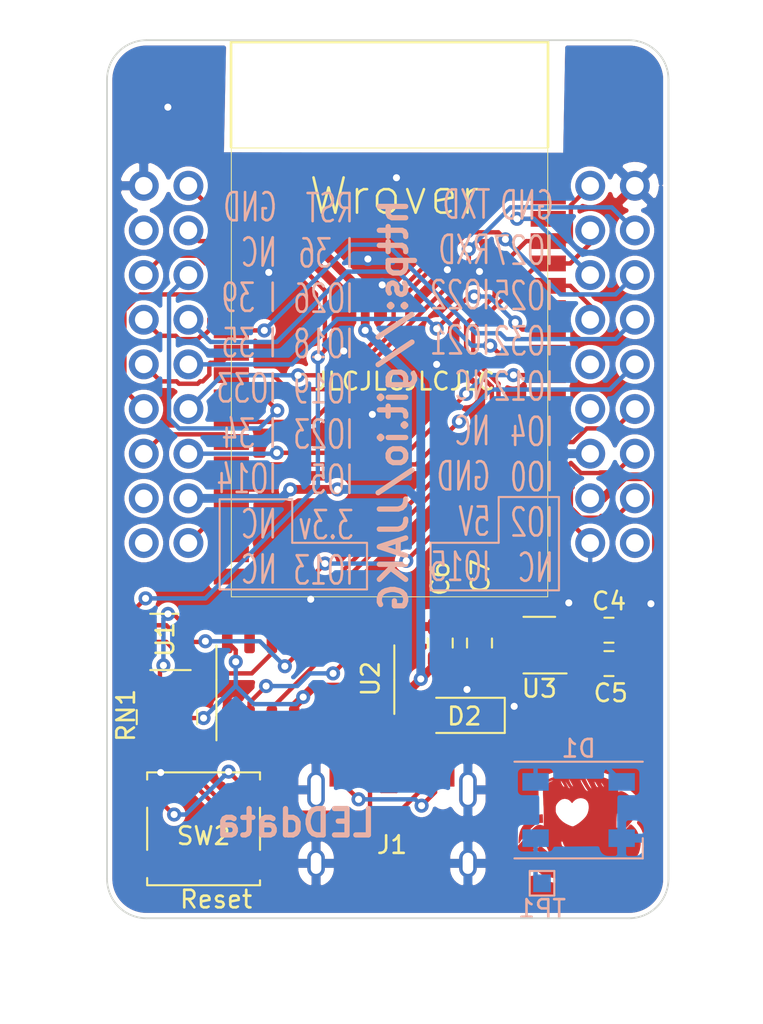
<source format=kicad_pcb>
(kicad_pcb (version 20171130) (host pcbnew "(5.1.6-0-10_14)")
  (layers (0 F.Cu signal) (31 B.Cu signal) (34 B.Paste user) (35 F.Paste user) (36 B.SilkS user) (37 F.SilkS user) (38 B.Mask user) (39 F.Mask user) (44 Edge.Cuts user))
  (net 0 "")
  (net 1 GND)
  (net 2 +3V3)
  (net 3 +5V)
  (net 4 USB_D-)
  (net 5 USB_D+)
  (net 6 ESP_RST)
  (net 7 SER_RTS)
  (net 8 ESP_FLS)
  (net 9 SER_DTR)
  (net 10 ESP_TXD)
  (net 11 ESP_RXD)
  (net 12 IO5)
  (net 13 IO34)
  (net 14 IO23)
  (net 15 IO33)
  (net 16 IO19)
  (net 17 IO35)
  (net 18 IO18)
  (net 19 SENSOR_VN)
  (net 20 IO26)
  (net 21 Sensor_VP)
  (net 22 IO32)
  (net 23 IO25)
  (net 24 IO27)
  (net 25 IO14)
  (net 26 IO12)
  (net 27 IO13)
  (net 28 IO15)
  (net 29 IO2)
  (net 30 IO4)
  (net 31 IO21)
  (net 32 IO22)
  (net 33 "Net-(D1-Pad4)")
  (net 34 VUSB)
  (net 35 CC1)
  (net 36 CC2)
  (module TestPoint:TestPoint_Pad_1.0x1.0mm (layer B.Cu) (at 149.6568 145.034)
    (fp_text reference TP1 (at 0 1.448) (layer B.SilkS) (effects (justify mirror)))
    (fp_text value TestPoint)
    (pad 1 smd rect (at 0 0) (size 1 1) (layers B.Cu B.Mask) (net 33 "Net-(D1-Pad4)"))
  )
  (module parts_models:SnekMugHug_FIX_F.Cu_F.Mask (layer F.Cu) (at 151.6888 141.478)
    (fp_text reference G*** hide)
    (fp_text value LOGO hide)
    (fp_poly (pts (xy 0.245029 -2.683096) (xy 0.395462 -2.669409) (xy 0.569567 -2.648024) (xy 0.758616 -2.620096) (xy 0.953877 -2.586782) (xy 1.094497 -2.55989) (xy 1.281199 -2.516368) (xy 1.470722 -2.461159) (xy 1.65577 -2.397222) (xy 1.829048 -2.327521) (xy 1.98326 -2.255016) (xy 2.111112 -2.18267) (xy 2.205308 -2.113443) (xy 2.214133 -2.105364) (xy 2.247979 -2.071987) (xy 2.269074 -2.042319) (xy 2.280431 -2.005409) (xy 2.285066 -1.950304) (xy 2.285994 -1.866052) (xy 2.286 -1.844293) (xy 2.287608 -1.759807) (xy 2.291922 -1.694176) (xy 2.298171 -1.656742) (xy 2.301875 -1.651518) (xy 2.330688 -1.65624) (xy 2.384305 -1.667497) (xy 2.408486 -1.672966) (xy 2.458475 -1.681884) (xy 2.502425 -1.680308) (xy 2.553566 -1.665475) (xy 2.625125 -1.634622) (xy 2.651903 -1.622135) (xy 2.781093 -1.54719) (xy 2.916001 -1.44437) (xy 3.044577 -1.324223) (xy 3.154772 -1.197299) (xy 3.185675 -1.154816) (xy 3.267372 -1.036196) (xy 3.268811 -0.637134) (xy 3.27025 -0.238073) (xy 3.147992 -0.060829) (xy 3.086302 0.022615) (xy 3.004868 0.124289) (xy 2.913603 0.232215) (xy 2.822419 0.334413) (xy 2.80867 0.34925) (xy 2.718192 0.447815) (xy 2.625159 0.551749) (xy 2.539592 0.649702) (xy 2.47151 0.730323) (xy 2.462324 0.741578) (xy 2.402457 0.813997) (xy 2.348995 0.876091) (xy 2.309812 0.918831) (xy 2.297543 0.930536) (xy 2.265716 0.966141) (xy 2.234769 1.0142) (xy 2.212504 1.060444) (xy 2.206722 1.0906) (xy 2.208391 1.093613) (xy 2.225128 1.082704) (xy 2.262129 1.045158) (xy 2.313291 0.987457) (xy 2.352827 0.940291) (xy 2.419703 0.860468) (xy 2.504566 0.761543) (xy 2.596876 0.65569) (xy 2.686092 0.555084) (xy 2.692313 0.548146) (xy 2.768852 0.461888) (xy 2.837655 0.382523) (xy 2.892473 0.317392) (xy 2.927054 0.273839) (xy 2.932873 0.265585) (xy 2.97204 0.223715) (xy 3.017059 0.214149) (xy 3.072437 0.238128) (xy 3.142684 0.296896) (xy 3.178779 0.333375) (xy 3.26351 0.427551) (xy 3.330162 0.516452) (xy 3.385058 0.611274) (xy 3.434524 0.723214) (xy 3.484882 0.863468) (xy 3.494413 0.892232) (xy 3.532484 1.013611) (xy 3.557192 1.108543) (xy 3.571076 1.189812) (xy 3.576674 1.270206) (xy 3.577166 1.308968) (xy 3.565752 1.465908) (xy 3.534347 1.633327) (xy 3.48721 1.792753) (xy 3.439939 1.904297) (xy 3.376168 2.000129) (xy 3.280792 2.104209) (xy 3.161762 2.209706) (xy 3.027032 2.309787) (xy 2.884551 2.397622) (xy 2.835421 2.423651) (xy 2.666356 2.500542) (xy 2.512448 2.549781) (xy 2.359876 2.574577) (xy 2.19482 2.57814) (xy 2.17388 2.57731) (xy 2.068394 2.571096) (xy 1.990034 2.561343) (xy 1.923589 2.54457) (xy 1.85385 2.517298) (xy 1.796979 2.491073) (xy 1.636042 2.414586) (xy 1.500646 2.485899) (xy 1.335917 2.563134) (xy 1.178164 2.61481) (xy 1.012648 2.644444) (xy 0.82463 2.655553) (xy 0.788458 2.655854) (xy 0.677777 2.656855) (xy 0.602961 2.659832) (xy 0.557556 2.665596) (xy 0.535109 2.67496) (xy 0.529166 2.68848) (xy 0.519632 2.726228) (xy 0.495774 2.781956) (xy 0.485587 2.801853) (xy 0.459555 2.8538) (xy 0.453628 2.884707) (xy 0.467129 2.910411) (xy 0.480295 2.925535) (xy 0.54068 2.973927) (xy 0.631289 3.023715) (xy 0.740583 3.069359) (xy 0.852283 3.104115) (xy 0.962124 3.124085) (xy 1.098169 3.136459) (xy 1.247898 3.14128) (xy 1.398796 3.138592) (xy 1.538345 3.128438) (xy 1.654028 3.110862) (xy 1.692811 3.101182) (xy 1.868741 3.03925) (xy 2.010424 2.96557) (xy 2.125262 2.875976) (xy 2.16458 2.835589) (xy 2.215435 2.782499) (xy 2.255345 2.746714) (xy 2.276374 2.735277) (xy 2.277128 2.73574) (xy 2.27459 2.759263) (xy 2.256091 2.808404) (xy 2.231907 2.85982) (xy 2.19954 2.932741) (xy 2.192956 2.972759) (xy 2.199516 2.980366) (xy 2.232117 2.99872) (xy 2.274116 3.030877) (xy 2.313657 3.066431) (xy 2.338884 3.094975) (xy 2.34171 3.105178) (xy 2.31799 3.104865) (xy 2.265566 3.094587) (xy 2.202768 3.078458) (xy 2.073404 3.04216) (xy 1.927771 3.109287) (xy 1.787555 3.166404) (xy 1.650061 3.204955) (xy 1.503799 3.226814) (xy 1.337277 3.233851) (xy 1.185333 3.230229) (xy 1.019853 3.220007) (xy 0.884953 3.204059) (xy 0.768997 3.179766) (xy 0.660345 3.144505) (xy 0.547358 3.095656) (xy 0.512206 3.078616) (xy 0.432074 3.040613) (xy 0.377685 3.020371) (xy 0.337744 3.015144) (xy 0.300956 3.02219) (xy 0.292089 3.02514) (xy 0.232702 3.041476) (xy 0.18506 3.048) (xy 0.151952 3.056687) (xy 0.088608 3.080602) (xy 0.002892 3.116518) (xy -0.09733 3.161212) (xy -0.145157 3.183371) (xy -0.313258 3.258648) (xy -0.456992 3.31294) (xy -0.586501 3.347246) (xy -0.711926 3.362566) (xy -0.84341 3.359899) (xy -0.991093 3.340245) (xy -1.165118 3.304605) (xy -1.227667 3.290071) (xy -1.435884 3.239995) (xy -1.607217 3.196863) (xy -1.746259 3.159145) (xy -1.857603 3.125313) (xy -1.945843 3.093836) (xy -2.01557 3.063185) (xy -2.071378 3.031829) (xy -2.11786 2.998241) (xy -2.127191 2.990484) (xy -2.159244 2.96426) (xy -0.81549 2.96426) (xy -0.814411 2.995514) (xy -0.792509 3.030452) (xy -0.763271 3.04796) (xy -0.762 3.048) (xy -0.7366 3.033651) (xy -0.720437 3.017177) (xy -0.705599 2.977329) (xy -0.727231 2.949217) (xy -0.762 2.942166) (xy -0.802314 2.95264) (xy -0.81549 2.96426) (xy -2.159244 2.96426) (xy -2.202406 2.928949) (xy -2.272929 2.874862) (xy -0.546253 2.874862) (xy -0.542656 2.910478) (xy -0.514883 2.935114) (xy -0.473261 2.936551) (xy -0.437736 2.917082) (xy -0.427817 2.897278) (xy -0.434953 2.878666) (xy 0.116416 2.878666) (xy 0.117384 2.898202) (xy 0.124501 2.899833) (xy 0.154424 2.884386) (xy 0.15875 2.878666) (xy 0.157782 2.85913) (xy 0.150665 2.8575) (xy 0.120742 2.872946) (xy 0.116416 2.878666) (xy -0.434953 2.878666) (xy -0.440327 2.864652) (xy -0.469569 2.850346) (xy -0.52092 2.849404) (xy -0.546253 2.874862) (xy -2.272929 2.874862) (xy -2.280826 2.868806) (xy -2.356639 2.81395) (xy -2.424032 2.768273) (xy -2.477192 2.735667) (xy -2.510307 2.720027) (xy -2.517564 2.725245) (xy -2.513718 2.731617) (xy -2.469581 2.796723) (xy -2.446098 2.838276) (xy -2.445533 2.852029) (xy -2.450807 2.849714) (xy -2.480572 2.847988) (xy -2.538617 2.855833) (xy -2.612413 2.871552) (xy -2.612912 2.871675) (xy -2.727327 2.890895) (xy -2.83536 2.887308) (xy -2.948679 2.85899) (xy -3.078952 2.804014) (xy -3.107135 2.79012) (xy -3.202604 2.733493) (xy -3.282412 2.663408) (xy -3.343373 2.592135) (xy -3.407076 2.50344) (xy -0.315351 2.50344) (xy -0.291181 2.541815) (xy -0.283181 2.550128) (xy -0.239397 2.57584) (xy -0.200723 2.571042) (xy -0.180553 2.538457) (xy -0.179917 2.529126) (xy -0.191154 2.497547) (xy -0.23145 2.482567) (xy -0.248709 2.48045) (xy -0.301117 2.482831) (xy -0.315351 2.50344) (xy -3.407076 2.50344) (xy -3.441261 2.455845) (xy -3.50962 2.328921) (xy -3.549003 2.208932) (xy -0.169334 2.208932) (xy -0.153132 2.268507) (xy -0.10654 2.299646) (xy -0.053021 2.302829) (xy -0.007536 2.291888) (xy 0.012094 2.261812) (xy 0.017127 2.228985) (xy 0.01743 2.18293) (xy -0.00144 2.160374) (xy -0.004812 2.159486) (xy 0.233744 2.159486) (xy 0.246001 2.197962) (xy 0.259291 2.208481) (xy 0.311886 2.219939) (xy 0.336919 2.201922) (xy 0.338666 2.189358) (xy 0.327684 2.136736) (xy 0.301146 2.098146) (xy 0.268666 2.086689) (xy 0.26426 2.087969) (xy 0.240124 2.115691) (xy 0.233744 2.159486) (xy -0.004812 2.159486) (xy -0.050292 2.147512) (xy -0.119171 2.141833) (xy -0.156809 2.159331) (xy -0.169244 2.203121) (xy -0.169334 2.208932) (xy -3.549003 2.208932) (xy -3.552043 2.19967) (xy -3.572119 2.056398) (xy -3.573439 1.887716) (xy -3.427919 1.887716) (xy -3.427806 1.897239) (xy -3.41988 1.974435) (xy -3.402335 2.049008) (xy -3.401347 2.051914) (xy -3.356275 2.118435) (xy -3.274772 2.164775) (xy -3.157806 2.190594) (xy -3.006341 2.195551) (xy -2.995084 2.195133) (xy -2.902402 2.188957) (xy -2.8306 2.176015) (xy -2.761298 2.151249) (xy -2.676116 2.109598) (xy -2.667 2.104826) (xy -2.597302 2.062753) (xy -2.51753 2.006091) (xy -2.43498 1.94114) (xy -2.356947 1.874196) (xy -2.290723 1.811559) (xy -2.243603 1.759527) (xy -2.222881 1.724398) (xy -2.2225 1.721003) (xy -2.239729 1.718764) (xy -2.284771 1.732611) (xy -2.344209 1.757895) (xy -2.439979 1.798767) (xy -2.533364 1.828454) (xy -2.636202 1.849521) (xy -2.760334 1.864532) (xy -2.878667 1.873628) (xy -3.06294 1.877916) (xy -3.224393 1.863746) (xy -3.378956 1.829705) (xy -3.381375 1.829016) (xy -3.412112 1.824274) (xy -3.425374 1.840533) (xy -3.427919 1.887716) (xy -3.573439 1.887716) (xy -3.573442 1.887411) (xy -3.571728 1.848636) (xy -3.565466 1.746697) (xy -3.555518 1.669584) (xy -3.551689 1.65659) (xy -2.565155 1.65659) (xy -2.504953 1.642439) (xy -2.458347 1.626255) (xy -2.387617 1.595729) (xy -2.30589 1.556628) (xy -2.281784 1.544394) (xy -2.205229 1.506346) (xy -2.141754 1.477305) (xy -2.101589 1.461854) (xy -2.094631 1.4605) (xy -2.0635 1.475315) (xy -2.003138 1.519847) (xy -1.913385 1.594225) (xy -1.794079 1.698578) (xy -1.770898 1.719262) (xy -1.710108 1.770994) (xy -1.673353 1.794183) (xy -1.655403 1.790874) (xy -1.651 1.766105) (xy -1.66158 1.719795) (xy -1.689927 1.649593) (xy -1.730955 1.564621) (xy -1.779577 1.473999) (xy -1.830705 1.38685) (xy -1.879254 1.312294) (xy -1.920135 1.259454) (xy -1.939107 1.243541) (xy -0.935348 1.243541) (xy -0.932444 1.306656) (xy -0.9171 1.370077) (xy -0.894009 1.421821) (xy -0.867863 1.449907) (xy -0.854098 1.451007) (xy -0.817994 1.459699) (xy -0.771605 1.504469) (xy -0.718836 1.581511) (xy -0.71701 1.584595) (xy -0.684211 1.63257) (xy -0.666462 1.643584) (xy -0.665342 1.620808) (xy -0.682433 1.567416) (xy -0.694333 1.539074) (xy -0.723126 1.480959) (xy -0.748893 1.440414) (xy -0.758058 1.431186) (xy -0.77806 1.403529) (xy -0.799802 1.352225) (xy -0.804264 1.338496) (xy -0.837706 1.245657) (xy -0.869712 1.18658) (xy -0.897956 1.162949) (xy -0.920112 1.17645) (xy -0.933854 1.228767) (xy -0.935348 1.243541) (xy -1.939107 1.243541) (xy -1.945346 1.238309) (xy -2.000448 1.235822) (xy -2.077475 1.258046) (xy -2.168064 1.300117) (xy -2.26385 1.357173) (xy -2.35647 1.424349) (xy -2.437558 1.496784) (xy -2.487006 1.553253) (xy -2.565155 1.65659) (xy -3.551689 1.65659) (xy -3.537111 1.60713) (xy -3.505473 1.549171) (xy -3.455832 1.48554) (xy -3.383416 1.406073) (xy -3.344795 1.36525) (xy -3.161242 1.161581) (xy -3.00863 0.969132) (xy -2.93275 0.86106) (xy -2.868842 0.776539) (xy -2.781853 0.676418) (xy -2.681254 0.570275) (xy -2.576518 0.467688) (xy -2.477119 0.378234) (xy -2.392528 0.31149) (xy -2.382065 0.304273) (xy -2.263982 0.24698) (xy -2.14251 0.231884) (xy -2.017591 0.258977) (xy -2.002835 0.264867) (xy -1.926167 0.296901) (xy -1.926359 -0.110841) (xy -1.927681 -0.276425) (xy -1.9312 -0.46359) (xy -1.936453 -0.654196) (xy -1.936526 -0.656167) (xy -1.258831 -0.656167) (xy -1.256946 -0.562655) (xy -1.249415 -0.495103) (xy -1.232448 -0.437178) (xy -1.202256 -0.372547) (xy -1.185825 -0.341526) (xy -1.060808 -0.153531) (xy -0.900955 0.011665) (xy -0.796252 0.093825) (xy -0.715606 0.145347) (xy -0.620898 0.197011) (xy -0.521248 0.244856) (xy -0.425779 0.284919) (xy -0.34361 0.313235) (xy -0.283864 0.325841) (xy -0.264584 0.324845) (xy -0.22694 0.30947) (xy -0.164488 0.278669) (xy -0.088998 0.238325) (xy -0.067377 0.226261) (xy 0.011005 0.175338) (xy 2.203414 0.175338) (xy 2.204076 0.290294) (xy 2.207232 0.370803) (xy 2.21279 0.413902) (xy 2.217581 0.420479) (xy 2.237903 0.402732) (xy 2.280914 0.358705) (xy 2.341397 0.293951) (xy 2.414131 0.214023) (xy 2.463564 0.15875) (xy 2.689256 -0.09525) (xy 2.676341 -0.3175) (xy 2.668983 -0.419421) (xy 2.659639 -0.513722) (xy 2.649744 -0.587165) (xy 2.643965 -0.616397) (xy 2.626908 -0.665102) (xy 2.598525 -0.694008) (xy 2.545336 -0.715037) (xy 2.526133 -0.720586) (xy 2.465704 -0.735764) (xy 2.430188 -0.735835) (xy 2.404048 -0.718178) (xy 2.385469 -0.696856) (xy 2.354853 -0.651485) (xy 2.315828 -0.582574) (xy 2.278283 -0.508) (xy 2.25562 -0.458762) (xy 2.238821 -0.415967) (xy 2.226853 -0.371998) (xy 2.218681 -0.319238) (xy 2.213268 -0.250069) (xy 2.209581 -0.156876) (xy 2.206585 -0.03204) (xy 2.205339 0.028896) (xy 2.203414 0.175338) (xy 0.011005 0.175338) (xy 0.048636 0.15089) (xy 0.17364 0.05303) (xy 0.296191 -0.057) (xy 0.404849 -0.16888) (xy 0.488171 -0.272292) (xy 0.492728 -0.278902) (xy 0.567719 -0.423208) (xy 0.614805 -0.588145) (xy 0.632035 -0.760898) (xy 0.617456 -0.928651) (xy 0.601638 -0.993657) (xy 0.548601 -1.105861) (xy 0.468077 -1.192182) (xy 0.366696 -1.251796) (xy 0.251089 -1.283881) (xy 0.127889 -1.287613) (xy 0.003725 -1.262169) (xy -0.114771 -1.206728) (xy -0.220967 -1.120464) (xy -0.241172 -1.098256) (xy -0.32124 -1.005417) (xy -0.398745 -1.094398) (xy -0.498625 -1.183164) (xy -0.61291 -1.233657) (xy -0.740997 -1.248834) (xy -0.859946 -1.232913) (xy -0.968508 -1.182783) (xy -1.073827 -1.094893) (xy -1.094532 -1.073122) (xy -1.170584 -0.984555) (xy -1.219295 -0.908017) (xy -1.246359 -0.829059) (xy -1.257467 -0.733236) (xy -1.258831 -0.656167) (xy -1.936526 -0.656167) (xy -1.942977 -0.830101) (xy -1.946741 -0.910167) (xy -1.957591 -1.143253) (xy -1.965536 -1.362752) (xy -1.970564 -1.564648) (xy -1.972666 -1.744922) (xy -1.97183 -1.899559) (xy -1.968046 -2.024541) (xy -1.964817 -2.068267) (xy -1.626422 -2.068267) (xy -1.621272 -2.056438) (xy -1.599959 -2.033714) (xy -1.587707 -2.038376) (xy -1.5875 -2.041335) (xy -1.602535 -2.059238) (xy -1.611938 -2.065772) (xy -1.626422 -2.068267) (xy -1.964817 -2.068267) (xy -1.961303 -2.115851) (xy -1.951591 -2.169473) (xy -1.951331 -2.170176) (xy -1.668645 -2.170176) (xy -1.659319 -2.128982) (xy -1.642708 -2.098203) (xy -1.634312 -2.107767) (xy -1.635375 -2.142753) (xy -1.631518 -2.173987) (xy -1.605645 -2.197011) (xy -1.548453 -2.219636) (xy -1.540806 -2.222128) (xy -1.483372 -2.244052) (xy -1.436372 -2.26766) (xy -1.429803 -2.272131) (xy -0.969667 -2.272131) (xy -0.959188 -2.224875) (xy -0.950989 -2.194597) (xy -0.92099 -2.110248) (xy -0.882604 -2.035107) (xy -0.840966 -1.975756) (xy -0.801214 -1.938779) (xy -0.768484 -1.930758) (xy -0.75434 -1.942605) (xy -0.76076 -1.966228) (xy -0.786195 -2.016767) (xy -0.826199 -2.085896) (xy -0.858893 -2.138396) (xy -0.913858 -2.22291) (xy -0.936192 -2.25425) (xy -0.725031 -2.25425) (xy -0.67207 -2.159) (xy -0.630537 -2.082301) (xy -0.584507 -1.994421) (xy -0.563198 -1.952625) (xy -0.528159 -1.892847) (xy -0.495013 -1.852507) (xy -0.475894 -1.8415) (xy -0.447946 -1.852374) (xy -0.4445 -1.861418) (xy -0.459769 -1.890358) (xy -0.463647 -1.893169) (xy -0.483873 -1.916654) (xy -0.516839 -1.965526) (xy -0.547656 -2.016126) (xy -0.593777 -2.089447) (xy -0.642324 -2.158) (xy -0.668775 -2.19075) (xy -0.725031 -2.25425) (xy -0.936192 -2.25425) (xy -0.949186 -2.272482) (xy -0.967061 -2.288445) (xy -0.969667 -2.272131) (xy -1.429803 -2.272131) (xy -1.406028 -2.288311) (xy -1.398565 -2.301366) (xy -1.420203 -2.302184) (xy -1.439334 -2.297798) (xy -1.54726 -2.266057) (xy -1.618194 -2.236709) (xy -1.657025 -2.206) (xy -1.668645 -2.170176) (xy -1.951331 -2.170176) (xy -1.950108 -2.17347) (xy -1.917522 -2.220972) (xy -1.856831 -2.269902) (xy -1.764708 -2.322147) (xy -1.685009 -2.358235) (xy -0.501249 -2.358235) (xy -0.486213 -2.30436) (xy -0.459769 -2.233934) (xy -0.426289 -2.157293) (xy -0.390146 -2.084778) (xy -0.355712 -2.026725) (xy -0.340018 -2.005785) (xy -0.29272 -1.955309) (xy -0.267469 -1.939436) (xy -0.264003 -1.956788) (xy -0.282063 -2.00599) (xy -0.321387 -2.085664) (xy -0.372738 -2.178773) (xy -0.420868 -2.261707) (xy -0.447224 -2.305391) (xy 0.169333 -2.305391) (xy 0.170729 -2.278838) (xy 0.176621 -2.250285) (xy 0.189565 -2.214533) (xy 0.212115 -2.166382) (xy 0.246828 -2.100633) (xy 0.296258 -2.012087) (xy 0.362961 -1.895544) (xy 0.415425 -1.804679) (xy 0.448022 -1.763801) (xy 0.49368 -1.723308) (xy 0.540468 -1.691817) (xy 0.576457 -1.677947) (xy 0.587067 -1.68068) (xy 0.578864 -1.699662) (xy 0.551925 -1.745472) (xy 0.535995 -1.770663) (xy 1.750151 -1.770663) (xy 1.75183 -1.761627) (xy 1.777348 -1.764839) (xy 1.788583 -1.767263) (xy 1.849122 -1.790089) (xy 1.91204 -1.827035) (xy 1.917773 -1.831277) (xy 1.969481 -1.882438) (xy 2.007821 -1.940429) (xy 2.010247 -1.94592) (xy 2.025609 -1.99755) (xy 2.015967 -2.03925) (xy 1.997998 -2.068917) (xy 1.958965 -2.12725) (xy 1.945913 -2.033367) (xy 1.932472 -1.973979) (xy 1.90543 -1.924633) (xy 1.85586 -1.871054) (xy 1.828972 -1.846356) (xy 1.774977 -1.797166) (xy 1.750151 -1.770663) (xy 0.535995 -1.770663) (xy 0.51121 -1.809856) (xy 0.489233 -1.84342) (xy 0.429995 -1.935872) (xy 0.362142 -2.046177) (xy 0.297445 -2.155086) (xy 0.277411 -2.189862) (xy 0.229246 -2.27346) (xy 0.197994 -2.323925) (xy 0.180022 -2.345138) (xy 0.171699 -2.340981) (xy 0.169394 -2.315337) (xy 0.169333 -2.305391) (xy -0.447224 -2.305391) (xy -0.461107 -2.328399) (xy -0.489127 -2.371853) (xy -0.500503 -2.385221) (xy -0.501249 -2.358235) (xy -1.685009 -2.358235) (xy -1.637827 -2.379599) (xy -1.474915 -2.443383) (xy -1.390441 -2.47039) (xy 0.431333 -2.47039) (xy 0.431868 -2.444479) (xy 0.448152 -2.389452) (xy 0.476796 -2.313948) (xy 0.514405 -2.22661) (xy 0.557587 -2.136078) (xy 0.578515 -2.0955) (xy 0.634245 -1.997906) (xy 0.688887 -1.915561) (xy 0.737386 -1.85518) (xy 0.774686 -1.823481) (xy 0.785595 -1.820334) (xy 0.783069 -1.837952) (xy 0.764458 -1.885844) (xy 0.732898 -1.956566) (xy 0.694185 -2.037292) (xy 0.641489 -2.140235) (xy 0.600182 -2.215937) (xy 0.95634 -2.215937) (xy 0.963613 -2.175461) (xy 0.980864 -2.120853) (xy 1.005432 -2.060178) (xy 1.034657 -2.001505) (xy 1.065879 -1.9529) (xy 1.074749 -1.942042) (xy 1.10757 -1.916601) (xy 1.142475 -1.903823) (xy 1.163138 -1.908909) (xy 1.164166 -1.91355) (xy 1.153885 -1.938673) (xy 1.12736 -1.988515) (xy 1.091071 -2.052076) (xy 1.051495 -2.118358) (xy 1.035517 -2.14383) (xy 1.33711 -2.14383) (xy 1.351562 -2.094227) (xy 1.376791 -2.03736) (xy 1.406879 -1.987492) (xy 1.424135 -1.967483) (xy 1.468087 -1.933368) (xy 1.490216 -1.92975) (xy 1.486338 -1.955278) (xy 1.470759 -1.982548) (xy 1.434003 -2.040584) (xy 1.394478 -2.105617) (xy 1.391618 -2.110452) (xy 1.362819 -2.153182) (xy 1.342541 -2.172383) (xy 1.339349 -2.171906) (xy 1.33711 -2.14383) (xy 1.035517 -2.14383) (xy 1.015111 -2.17636) (xy 0.988398 -2.215084) (xy 0.982367 -2.222217) (xy 0.961705 -2.234211) (xy 0.95634 -2.215937) (xy 0.600182 -2.215937) (xy 0.587323 -2.239503) (xy 0.535596 -2.328651) (xy 0.49022 -2.401236) (xy 0.455106 -2.450815) (xy 0.434163 -2.470945) (xy 0.431333 -2.47039) (xy -1.390441 -2.47039) (xy -1.178427 -2.538172) (xy -0.861187 -2.609259) (xy -0.518899 -2.657298) (xy -0.147265 -2.682945) (xy 0.127 -2.68793) (xy 0.245029 -2.683096)) (layer F.Cu) (width 0.01))
    (fp_poly (pts (xy -1.985551 -0.1905) (xy -1.983409 -0.099802) (xy -1.981556 -0.016772) (xy -1.980353 0.042359) (xy -1.98026 0.047625) (xy -1.979084 0.116416) (xy -2.116667 0.117205) (xy -2.199384 0.122589) (xy -2.274202 0.140431) (xy -2.348279 0.174795) (xy -2.428773 0.229745) (xy -2.522841 0.309345) (xy -2.626125 0.406486) (xy -2.721296 0.503546) (xy -2.827392 0.619904) (xy -2.937376 0.747073) (xy -3.044212 0.876563) (xy -3.140863 0.999885) (xy -3.220293 1.10855) (xy -3.266839 1.179441) (xy -3.30504 1.23785) (xy -3.336814 1.278137) (xy -3.35286 1.290566) (xy -3.359881 1.270969) (xy -3.362975 1.216444) (xy -3.361956 1.13423) (xy -3.358669 1.063625) (xy -3.335568 0.839362) (xy -3.292509 0.645898) (xy -3.226369 0.475185) (xy -3.134023 0.31918) (xy -3.012349 0.169837) (xy -3.011081 0.168466) (xy -2.854436 0.016674) (xy -2.686983 -0.114185) (xy -2.514956 -0.220666) (xy -2.344585 -0.299323) (xy -2.182103 -0.346712) (xy -2.055404 -0.359834) (xy -1.989667 -0.359834) (xy -1.985551 -0.1905)) (layer F.Cu) (width 0.01))
    (fp_poly (pts (xy -0.061182 -3.178339) (xy -0.022135 -3.149334) (xy 0.019266 -3.108616) (xy 0.051594 -3.067333) (xy 0.0635 -3.038223) (xy 0.047363 -3.007317) (xy 0.013553 -2.97781) (xy -0.057678 -2.922875) (xy -0.094559 -2.875068) (xy -0.097132 -2.844188) (xy -0.09165 -2.817679) (xy -0.108151 -2.826259) (xy -0.128873 -2.849173) (xy -0.143283 -2.876259) (xy -0.137992 -2.909969) (xy -0.110658 -2.963852) (xy -0.10835 -2.967876) (xy -0.078927 -3.028546) (xy -0.076004 -3.065186) (xy -0.08272 -3.075686) (xy -0.102758 -3.115613) (xy -0.102355 -3.1603) (xy -0.086445 -3.184485) (xy -0.061182 -3.178339)) (layer F.Cu) (width 0.01))
    (fp_poly (pts (xy 0.692794 -3.141554) (xy 0.711668 -3.106122) (xy 0.715643 -3.084833) (xy 0.707371 -3.032062) (xy 0.677857 -3.005948) (xy 0.648056 -2.980955) (xy 0.642343 -2.941623) (xy 0.646739 -2.911698) (xy 0.650404 -2.852548) (xy 0.633408 -2.830126) (xy 0.597269 -2.845102) (xy 0.564155 -2.875286) (xy 0.51792 -2.938782) (xy 0.511958 -2.990333) (xy 0.54624 -3.029396) (xy 0.573165 -3.04215) (xy 0.622082 -3.072104) (xy 0.649694 -3.110248) (xy 0.649943 -3.111156) (xy 0.669104 -3.14448) (xy 0.692794 -3.141554)) (layer F.Cu) (width 0.01))
    (fp_poly (pts (xy 0.376203 -3.553441) (xy 0.348394 -3.521848) (xy 0.333336 -3.510177) (xy 0.287532 -3.464757) (xy 0.280673 -3.419848) (xy 0.313276 -3.370201) (xy 0.350379 -3.337239) (xy 0.397526 -3.294786) (xy 0.417807 -3.256136) (xy 0.420037 -3.202312) (xy 0.41917 -3.18912) (xy 0.409225 -3.128096) (xy 0.382883 -3.086917) (xy 0.333375 -3.049794) (xy 0.275748 -2.996516) (xy 0.251798 -2.937475) (xy 0.264003 -2.881303) (xy 0.2794 -2.861734) (xy 0.293219 -2.840462) (xy 0.2806 -2.836334) (xy 0.251569 -2.852056) (xy 0.22345 -2.883377) (xy 0.194256 -2.947373) (xy 0.202312 -3.008788) (xy 0.249003 -3.07459) (xy 0.264583 -3.090334) (xy 0.308295 -3.139618) (xy 0.334899 -3.182951) (xy 0.338666 -3.197807) (xy 0.322893 -3.231626) (xy 0.283225 -3.274501) (xy 0.263422 -3.290867) (xy 0.215428 -3.333018) (xy 0.195528 -3.371598) (xy 0.19463 -3.421674) (xy 0.207113 -3.475776) (xy 0.240619 -3.514701) (xy 0.280055 -3.540059) (xy 0.336587 -3.565601) (xy 0.370452 -3.569044) (xy 0.376203 -3.553441)) (layer F.Cu) (width 0.01))
  )
  (module esp32-wrover:ESP32-WROVER (layer F.Cu) (at 140.9824 103.7888)
    (fp_text reference U4 hide)
    (fp_text value ESP32-WROVER hide)
    (pad 1 smd rect (at -9 0.91) (size 2 0.9) (layers F.Cu F.Paste F.Mask) (net 1 GND))
    (pad 2 smd rect (at -9 2.18) (size 2 0.9) (layers F.Cu F.Paste F.Mask) (net 2 +3V3))
    (pad 3 smd rect (at -9 3.45) (size 2 0.9) (layers F.Cu F.Paste F.Mask) (net 6 ESP_RST))
    (pad 4 smd rect (at -9 4.72) (size 2 0.9) (layers F.Cu F.Paste F.Mask) (net 21 Sensor_VP))
    (pad 5 smd rect (at -9 5.99) (size 2 0.9) (layers F.Cu F.Paste F.Mask) (net 19 SENSOR_VN))
    (pad 6 smd rect (at -9 7.26) (size 2 0.9) (layers F.Cu F.Paste F.Mask) (net 13 IO34))
    (pad 7 smd rect (at -9 8.53) (size 2 0.9) (layers F.Cu F.Paste F.Mask) (net 17 IO35))
    (pad 8 smd rect (at -9 9.8) (size 2 0.9) (layers F.Cu F.Paste F.Mask) (net 22 IO32))
    (pad 9 smd rect (at -9 11.07) (size 2 0.9) (layers F.Cu F.Paste F.Mask) (net 15 IO33))
    (pad 10 smd rect (at -9 12.34) (size 2 0.9) (layers F.Cu F.Paste F.Mask) (net 23 IO25))
    (pad 11 smd rect (at -9 13.61) (size 2 0.9) (layers F.Cu F.Paste F.Mask) (net 20 IO26))
    (pad 12 smd rect (at -9 14.88) (size 2 0.9) (layers F.Cu F.Paste F.Mask) (net 24 IO27))
    (pad 13 smd rect (at -9 16.15) (size 2 0.9) (layers F.Cu F.Paste F.Mask) (net 25 IO14))
    (pad 14 smd rect (at -9 17.42) (size 2 0.9) (layers F.Cu F.Paste F.Mask) (net 26 IO12))
    (pad 15 smd rect (at -9 18.72) (size 2 0.9) (layers F.Cu F.Paste F.Mask) (net 1 GND))
    (pad 16 smd rect (at -9 19.99) (size 2 0.9) (layers F.Cu F.Paste F.Mask) (net 27 IO13))
    (pad 17 smd rect (at -9 21.26) (size 2 0.9) (layers F.Cu F.Paste F.Mask))
    (pad 18 smd rect (at -9 22.53) (size 2 0.9) (layers F.Cu F.Paste F.Mask))
    (pad 19 smd rect (at -9 23.8) (size 2 0.9) (layers F.Cu F.Paste F.Mask))
    (pad 20 smd rect (at 9 23.8) (size 2 0.9) (layers F.Cu F.Paste F.Mask))
    (pad 21 smd rect (at 9 22.53) (size 2 0.9) (layers F.Cu F.Paste F.Mask))
    (pad 22 smd rect (at 9 21.26) (size 2 0.9) (layers F.Cu F.Paste F.Mask))
    (pad 23 smd rect (at 9 19.99) (size 2 0.9) (layers F.Cu F.Paste F.Mask) (net 28 IO15))
    (pad 24 smd rect (at 9 18.72) (size 2 0.9) (layers F.Cu F.Paste F.Mask) (net 29 IO2))
    (pad 25 smd rect (at 9.03 17.42) (size 2 0.9) (layers F.Cu F.Paste F.Mask) (net 8 ESP_FLS))
    (pad 26 smd rect (at 9.03 16.15) (size 2 0.9) (layers F.Cu F.Paste F.Mask) (net 30 IO4))
    (pad 27 smd rect (at 9.03 14.88) (size 2 0.9) (layers F.Cu F.Paste F.Mask))
    (pad 28 smd rect (at 9.03 13.61) (size 2 0.9) (layers F.Cu F.Paste F.Mask))
    (pad 29 smd rect (at 9.03 12.34) (size 2 0.9) (layers F.Cu F.Paste F.Mask) (net 12 IO5))
    (pad 30 smd rect (at 9.03 11.07) (size 2 0.9) (layers F.Cu F.Paste F.Mask) (net 18 IO18))
    (pad 31 smd rect (at 9.03 9.8) (size 2 0.9) (layers F.Cu F.Paste F.Mask) (net 16 IO19))
    (pad 32 smd rect (at 9.03 8.53) (size 2 0.9) (layers F.Cu F.Paste F.Mask))
    (pad 33 smd rect (at 9.03 7.26) (size 2 0.9) (layers F.Cu F.Paste F.Mask) (net 31 IO21))
    (pad 34 smd rect (at 9.03 5.99) (size 2 0.9) (layers F.Cu F.Paste F.Mask) (net 11 ESP_RXD))
    (pad 35 smd rect (at 9.03 4.72) (size 2 0.9) (layers F.Cu F.Paste F.Mask) (net 10 ESP_TXD))
    (pad 36 smd rect (at 9.03 3.45) (size 2 0.9) (layers F.Cu F.Paste F.Mask) (net 32 IO22))
    (pad 37 smd rect (at 9.03 2.18) (size 2 0.9) (layers F.Cu F.Paste F.Mask) (net 14 IO23))
    (pad 38 smd rect (at 9.03 0.91) (size 2 0.9) (layers F.Cu F.Paste F.Mask) (net 1 GND))
  )
  (module Button_Switch_SMD:SW_Push_1P1T_NO_CK_KSC6xxJ (layer F.Cu) (at 130.4036 141.9352)
    (fp_text reference SW2 (at 0 0.4064) (layer F.SilkS))
    (fp_text value SW_Push)
    (pad 2 smd rect (at 2.9 2) (size 2.8 1) (layers F.Cu F.Paste F.Mask) (net 1 GND))
    (pad 2 smd rect (at -2.9 2) (size 2.8 1) (layers F.Cu F.Paste F.Mask) (net 1 GND))
    (pad 1 smd rect (at 2.9 -2) (size 2.8 1) (layers F.Cu F.Paste F.Mask) (net 6 ESP_RST))
    (pad 1 smd rect (at -2.9 -2) (size 2.8 1) (layers F.Cu F.Paste F.Mask) (net 6 ESP_RST))
  )
  (module Capacitor_SMD:C_0805_2012Metric (layer F.Cu) (at 146.1008 131.3688 90)
    (fp_text reference C7 (at 3.81 0.0508 90) (layer F.SilkS))
    (fp_text value 4u7)
    (pad 2 smd roundrect (at 0.9375 0 90) (size 0.975 1.4) (layers F.Cu F.Paste F.Mask) (net 1 GND))
    (pad 1 smd roundrect (at -0.9375 0 90) (size 0.975 1.4) (layers F.Cu F.Paste F.Mask) (net 2 +3V3))
  )
  (module Capacitor_SMD:C_0805_2012Metric (layer F.Cu) (at 143.8656 131.3688 90)
    (fp_text reference C6 (at 3.6576 0 90) (layer F.SilkS))
    (fp_text value 100nF)
    (pad 2 smd roundrect (at 0.9375 0 90) (size 0.975 1.4) (layers F.Cu F.Paste F.Mask) (net 1 GND))
    (pad 1 smd roundrect (at -0.9375 0 90) (size 0.975 1.4) (layers F.Cu F.Paste F.Mask) (net 2 +3V3))
  )
  (module Capacitor_SMD:C_0805_2012Metric (layer F.Cu) (at 153.4668 132.5372)
    (fp_text reference C5 (at 0.1016 1.6764) (layer F.SilkS))
    (fp_text value 100nF)
    (pad 2 smd roundrect (at 0.9375 0) (size 0.975 1.4) (layers F.Cu F.Paste F.Mask) (net 1 GND))
    (pad 1 smd roundrect (at -0.9375 0) (size 0.975 1.4) (layers F.Cu F.Paste F.Mask) (net 3 +5V))
  )
  (module Capacitor_SMD:C_0805_2012Metric (layer F.Cu) (at 153.4668 130.6388)
    (fp_text reference C4 (at 0 -1.65) (layer F.SilkS))
    (fp_text value 4u7)
    (pad 2 smd roundrect (at 0.9375 0) (size 0.975 1.4) (layers F.Cu F.Paste F.Mask) (net 1 GND))
    (pad 1 smd roundrect (at -0.9375 0) (size 0.975 1.4) (layers F.Cu F.Paste F.Mask) (net 3 +5V))
  )
  (module Resistor_SMD:R_Array_Concave_4x0603 (layer F.Cu) (at 128.3208 135.5852 90)
    (fp_text reference RN1 (at 0.1016 -2.3368 90) (layer F.SilkS))
    (fp_text value R_Pack04)
    (pad 5 smd rect (at 0.85 1.2 90) (size 0.9 0.4) (layers F.Cu F.Paste F.Mask) (net 1 GND))
    (pad 6 smd rect (at 0.85 0.4 90) (size 0.9 0.4) (layers F.Cu F.Paste F.Mask) (net 1 GND))
    (pad 7 smd rect (at 0.85 -0.4 90) (size 0.9 0.4) (layers F.Cu F.Paste F.Mask) (net 8 ESP_FLS))
    (pad 8 smd rect (at 0.85 -1.2 90) (size 0.9 0.4) (layers F.Cu F.Paste F.Mask) (net 6 ESP_RST))
    (pad 4 smd rect (at -0.85 1.2 90) (size 0.9 0.4) (layers F.Cu F.Paste F.Mask) (net 35 CC1))
    (pad 1 smd rect (at -0.85 -1.2 90) (size 0.9 0.4) (layers F.Cu F.Paste F.Mask) (net 2 +3V3))
    (pad 3 smd rect (at -0.85 0.4 90) (size 0.9 0.4) (layers F.Cu F.Paste F.Mask) (net 36 CC2))
    (pad 2 smd rect (at -0.85 -0.4 90) (size 0.9 0.4) (layers F.Cu F.Paste F.Mask) (net 2 +3V3))
  )
  (module Package_SO:SOIC-16_3.9x9.9mm_P1.27mm (layer F.Cu) (at 136.1948 133.4516 90)
    (fp_text reference U2 (at 0.0508 3.7084 90) (layer F.SilkS))
    (fp_text value CH340C)
    (pad 16 smd roundrect (at 2.475 -4.445 90) (size 1.95 0.6) (layers F.Cu F.Paste F.Mask) (net 2 +3V3))
    (pad 15 smd roundrect (at 2.475 -3.175 90) (size 1.95 0.6) (layers F.Cu F.Paste F.Mask))
    (pad 14 smd roundrect (at 2.475 -1.905 90) (size 1.95 0.6) (layers F.Cu F.Paste F.Mask) (net 7 SER_RTS))
    (pad 13 smd roundrect (at 2.475 -0.635 90) (size 1.95 0.6) (layers F.Cu F.Paste F.Mask) (net 9 SER_DTR))
    (pad 12 smd roundrect (at 2.475 0.635 90) (size 1.95 0.6) (layers F.Cu F.Paste F.Mask))
    (pad 11 smd roundrect (at 2.475 1.905 90) (size 1.95 0.6) (layers F.Cu F.Paste F.Mask))
    (pad 10 smd roundrect (at 2.475 3.175 90) (size 1.95 0.6) (layers F.Cu F.Paste F.Mask))
    (pad 9 smd roundrect (at 2.475 4.445 90) (size 1.95 0.6) (layers F.Cu F.Paste F.Mask))
    (pad 8 smd roundrect (at -2.475 4.445 90) (size 1.95 0.6) (layers F.Cu F.Paste F.Mask))
    (pad 7 smd roundrect (at -2.475 3.175 90) (size 1.95 0.6) (layers F.Cu F.Paste F.Mask))
    (pad 6 smd roundrect (at -2.475 1.905 90) (size 1.95 0.6) (layers F.Cu F.Paste F.Mask) (net 4 USB_D-))
    (pad 5 smd roundrect (at -2.475 0.635 90) (size 1.95 0.6) (layers F.Cu F.Paste F.Mask) (net 5 USB_D+))
    (pad 4 smd roundrect (at -2.475 -0.635 90) (size 1.95 0.6) (layers F.Cu F.Paste F.Mask) (net 2 +3V3))
    (pad 3 smd roundrect (at -2.475 -1.905 90) (size 1.95 0.6) (layers F.Cu F.Paste F.Mask) (net 10 ESP_TXD))
    (pad 2 smd roundrect (at -2.475 -3.175 90) (size 1.95 0.6) (layers F.Cu F.Paste F.Mask) (net 11 ESP_RXD))
    (pad 1 smd roundrect (at -2.475 -4.445 90) (size 1.95 0.6) (layers F.Cu F.Paste F.Mask) (net 1 GND))
  )
  (module Diode_SMD:D_SOD-123 (layer F.Cu) (at 145.288 135.4836 180)
    (fp_text reference D2 (at 0.0508 -0.0508) (layer F.SilkS))
    (fp_text value b5819w)
    (pad 2 smd rect (at 1.65 0 180) (size 0.9 1.2) (layers F.Cu F.Paste F.Mask) (net 34 VUSB))
    (pad 1 smd rect (at -1.65 0 180) (size 0.9 1.2) (layers F.Cu F.Paste F.Mask) (net 3 +5V))
  )
  (module Connector_PinHeader_2.54mm:PinHeader_2x09_P2.54mm_Vertical (layer B.Cu) (at 154.94 105.3592 180)
    (fp_text reference J2 hide)
    (fp_text value Conn_02x10_Odd_Even)
    (pad 18 thru_hole oval (at 2.54 -20.32 180) (size 1.7 1.7) (drill 1) (layers *.Cu *.Mask) (net 28 IO15))
    (pad 17 thru_hole oval (at 0 -20.32 180) (size 1.7 1.7) (drill 1) (layers *.Cu *.Mask))
    (pad 16 thru_hole oval (at 2.54 -17.78 180) (size 1.7 1.7) (drill 1) (layers *.Cu *.Mask) (net 3 +5V))
    (pad 15 thru_hole oval (at 0 -17.78 180) (size 1.7 1.7) (drill 1) (layers *.Cu *.Mask) (net 29 IO2))
    (pad 14 thru_hole oval (at 2.54 -15.24 180) (size 1.7 1.7) (drill 1) (layers *.Cu *.Mask) (net 1 GND))
    (pad 13 thru_hole oval (at 0 -15.24 180) (size 1.7 1.7) (drill 1) (layers *.Cu *.Mask) (net 8 ESP_FLS))
    (pad 12 thru_hole oval (at 2.54 -12.7 180) (size 1.7 1.7) (drill 1) (layers *.Cu *.Mask))
    (pad 11 thru_hole oval (at 0 -12.7 180) (size 1.7 1.7) (drill 1) (layers *.Cu *.Mask) (net 30 IO4))
    (pad 10 thru_hole oval (at 2.54 -10.16 180) (size 1.7 1.7) (drill 1) (layers *.Cu *.Mask))
    (pad 9 thru_hole oval (at 0 -10.16 180) (size 1.7 1.7) (drill 1) (layers *.Cu *.Mask) (net 26 IO12))
    (pad 8 thru_hole oval (at 2.54 -7.62 180) (size 1.7 1.7) (drill 1) (layers *.Cu *.Mask) (net 31 IO21))
    (pad 7 thru_hole oval (at 0 -7.62 180) (size 1.7 1.7) (drill 1) (layers *.Cu *.Mask) (net 22 IO32))
    (pad 6 thru_hole oval (at 2.54 -5.08 180) (size 1.7 1.7) (drill 1) (layers *.Cu *.Mask) (net 32 IO22))
    (pad 5 thru_hole oval (at 0 -5.08 180) (size 1.7 1.7) (drill 1) (layers *.Cu *.Mask) (net 23 IO25))
    (pad 4 thru_hole oval (at 2.54 -2.54 180) (size 1.7 1.7) (drill 1) (layers *.Cu *.Mask) (net 11 ESP_RXD))
    (pad 3 thru_hole oval (at 0 -2.54 180) (size 1.7 1.7) (drill 1) (layers *.Cu *.Mask) (net 24 IO27))
    (pad 2 thru_hole oval (at 2.54 0 180) (size 1.7 1.7) (drill 1) (layers *.Cu *.Mask) (net 10 ESP_TXD))
    (pad 1 thru_hole circle (at 0 0 180) (size 1.7 1.7) (drill 1) (layers *.Cu *.Mask) (net 1 GND))
  )
  (module Connector_PinHeader_2.54mm:PinHeader_2x09_P2.54mm_Vertical (layer B.Cu) (at 129.54 105.3592 180)
    (fp_text reference J3 hide)
    (fp_text value Conn_02x10_Odd_Even)
    (pad 18 thru_hole oval (at 2.54 -20.32 180) (size 1.7 1.7) (drill 1) (layers *.Cu *.Mask))
    (pad 17 thru_hole oval (at 0 -20.32 180) (size 1.7 1.7) (drill 1) (layers *.Cu *.Mask) (net 27 IO13))
    (pad 16 thru_hole oval (at 2.54 -17.78 180) (size 1.7 1.7) (drill 1) (layers *.Cu *.Mask))
    (pad 15 thru_hole oval (at 0 -17.78 180) (size 1.7 1.7) (drill 1) (layers *.Cu *.Mask) (net 2 +3V3))
    (pad 14 thru_hole oval (at 2.54 -15.24 180) (size 1.7 1.7) (drill 1) (layers *.Cu *.Mask) (net 25 IO14))
    (pad 13 thru_hole oval (at 0 -15.24 180) (size 1.7 1.7) (drill 1) (layers *.Cu *.Mask) (net 12 IO5))
    (pad 12 thru_hole oval (at 2.54 -12.7 180) (size 1.7 1.7) (drill 1) (layers *.Cu *.Mask) (net 13 IO34))
    (pad 11 thru_hole oval (at 0 -12.7 180) (size 1.7 1.7) (drill 1) (layers *.Cu *.Mask) (net 14 IO23))
    (pad 10 thru_hole oval (at 2.54 -10.16 180) (size 1.7 1.7) (drill 1) (layers *.Cu *.Mask) (net 15 IO33))
    (pad 9 thru_hole oval (at 0 -10.16 180) (size 1.7 1.7) (drill 1) (layers *.Cu *.Mask) (net 16 IO19))
    (pad 8 thru_hole oval (at 2.54 -7.62 180) (size 1.7 1.7) (drill 1) (layers *.Cu *.Mask) (net 17 IO35))
    (pad 7 thru_hole oval (at 0 -7.62 180) (size 1.7 1.7) (drill 1) (layers *.Cu *.Mask) (net 18 IO18))
    (pad 6 thru_hole oval (at 2.54 -5.08 180) (size 1.7 1.7) (drill 1) (layers *.Cu *.Mask) (net 19 SENSOR_VN))
    (pad 5 thru_hole oval (at 0 -5.08 180) (size 1.7 1.7) (drill 1) (layers *.Cu *.Mask) (net 20 IO26))
    (pad 4 thru_hole oval (at 2.54 -2.54 180) (size 1.7 1.7) (drill 1) (layers *.Cu *.Mask))
    (pad 3 thru_hole oval (at 0 -2.54 180) (size 1.7 1.7) (drill 1) (layers *.Cu *.Mask) (net 21 Sensor_VP))
    (pad 2 thru_hole oval (at 2.54 0 180) (size 1.7 1.7) (drill 1) (layers *.Cu *.Mask) (net 1 GND))
    (pad 1 thru_hole circle (at 0 0 180) (size 1.7 1.7) (drill 1) (layers *.Cu *.Mask) (net 6 ESP_RST))
  )
  (module LED_SMD:LED_SK6812_PLCC4_5.0x5.0mm_P3.2mm (layer F.Cu) (at 151.7396 140.8684)
    (fp_text reference D1 (at 0 -3.5) (layer B.SilkS) (effects (justify mirror)))
    (fp_text value SK6812)
    (pad 3 smd rect (at -2.45 -1.6) (size 1.5 1) (layers B.Cu B.Paste B.Mask) (net 3 +5V))
    (pad 4 smd rect (at -2.45 1.6) (size 1.5 1) (layers B.Cu B.Paste B.Mask) (net 33 "Net-(D1-Pad4)"))
    (pad 2 smd rect (at 2.45 -1.6) (size 1.5 1) (layers B.Cu B.Paste B.Mask) (net 28 IO15))
    (pad 1 smd rect (at 2.45 1.6) (size 1.5 1) (layers B.Cu B.Paste B.Mask) (net 1 GND))
  )
  (module Connector_USB:USB_C_Receptacle_HRO_TYPE-C-31-M-12 (layer F.Cu) (at 141.1224 142.8496)
    (fp_text reference J1 (at 0 0) (layer F.SilkS))
    (fp_text value USB_C_Receptacle_USB2.0)
    (pad B1 smd rect (at 3.25 -4.045) (size 0.6 1.45) (layers F.Cu F.Paste F.Mask) (net 1 GND))
    (pad A9 smd rect (at 2.45 -4.045) (size 0.6 1.45) (layers F.Cu F.Paste F.Mask) (net 34 VUSB))
    (pad B9 smd rect (at -2.45 -4.045) (size 0.6 1.45) (layers F.Cu F.Paste F.Mask) (net 34 VUSB))
    (pad B12 smd rect (at -3.25 -4.045) (size 0.6 1.45) (layers F.Cu F.Paste F.Mask) (net 1 GND))
    (pad A1 smd rect (at -3.25 -4.045) (size 0.6 1.45) (layers F.Cu F.Paste F.Mask) (net 1 GND))
    (pad A4 smd rect (at -2.45 -4.045) (size 0.6 1.45) (layers F.Cu F.Paste F.Mask) (net 34 VUSB))
    (pad B4 smd rect (at 2.45 -4.045) (size 0.6 1.45) (layers F.Cu F.Paste F.Mask) (net 34 VUSB))
    (pad A12 smd rect (at 3.25 -4.045) (size 0.6 1.45) (layers F.Cu F.Paste F.Mask) (net 1 GND))
    (pad B8 smd rect (at -1.75 -4.045) (size 0.3 1.45) (layers F.Cu F.Paste F.Mask))
    (pad A5 smd rect (at -1.25 -4.045) (size 0.3 1.45) (layers F.Cu F.Paste F.Mask) (net 35 CC1))
    (pad B7 smd rect (at -0.75 -4.045) (size 0.3 1.45) (layers F.Cu F.Paste F.Mask) (net 4 USB_D-))
    (pad A7 smd rect (at 0.25 -4.045) (size 0.3 1.45) (layers F.Cu F.Paste F.Mask) (net 4 USB_D-))
    (pad B6 smd rect (at 0.75 -4.045) (size 0.3 1.45) (layers F.Cu F.Paste F.Mask) (net 5 USB_D+))
    (pad A8 smd rect (at 1.25 -4.045) (size 0.3 1.45) (layers F.Cu F.Paste F.Mask))
    (pad B5 smd rect (at 1.75 -4.045) (size 0.3 1.45) (layers F.Cu F.Paste F.Mask) (net 36 CC2))
    (pad A6 smd rect (at -0.25 -4.045) (size 0.3 1.45) (layers F.Cu F.Paste F.Mask) (net 5 USB_D+))
    (pad S1 thru_hole oval (at 4.32 -3.13) (size 1 2.1) (drill oval 0.6 1.7) (layers *.Cu *.Mask) (net 1 GND))
    (pad S1 thru_hole oval (at -4.32 -3.13) (size 1 2.1) (drill oval 0.6 1.7) (layers *.Cu *.Mask) (net 1 GND))
    (pad "" np_thru_hole circle (at -2.89 -2.6) (size 0.65 0.65) (drill 0.65) (layers *.Cu *.Mask))
    (pad S1 thru_hole oval (at -4.32 1.05) (size 1 1.6) (drill oval 0.6 1.2) (layers *.Cu *.Mask) (net 1 GND))
    (pad "" np_thru_hole circle (at 2.89 -2.6) (size 0.65 0.65) (drill 0.65) (layers *.Cu *.Mask))
    (pad S1 thru_hole oval (at 4.32 1.05) (size 1 1.6) (drill oval 0.6 1.2) (layers *.Cu *.Mask) (net 1 GND))
  )
  (module Package_TO_SOT_SMD:SOT-23-5 (layer F.Cu) (at 149.5044 131.4888 180)
    (fp_text reference U3 (at 0 -2.4708) (layer F.SilkS))
    (fp_text value HX9193-33GB)
    (pad 5 smd rect (at 1.1 -0.95 180) (size 1.06 0.65) (layers F.Cu F.Paste F.Mask) (net 2 +3V3))
    (pad 4 smd rect (at 1.1 0.95 180) (size 1.06 0.65) (layers F.Cu F.Paste F.Mask))
    (pad 3 smd rect (at -1.1 0.95 180) (size 1.06 0.65) (layers F.Cu F.Paste F.Mask) (net 3 +5V))
    (pad 2 smd rect (at -1.1 0 180) (size 1.06 0.65) (layers F.Cu F.Paste F.Mask) (net 1 GND))
    (pad 1 smd rect (at -1.1 -0.95 180) (size 1.06 0.65) (layers F.Cu F.Paste F.Mask) (net 3 +5V))
  )
  (module Package_SO:TSOP-6_1.65x3.05mm_P0.95mm (layer F.Cu) (at 128.1684 131.3064 180)
    (fp_text reference U1 (at -0.0508 0.1408 90) (layer F.SilkS))
    (fp_text value UMH3N)
    (pad 6 smd rect (at 1.16 -0.95 180) (size 0.7 0.51) (layers F.Cu F.Paste F.Mask) (net 6 ESP_RST))
    (pad 5 smd rect (at 1.16 0 180) (size 0.7 0.51) (layers F.Cu F.Paste F.Mask) (net 7 SER_RTS))
    (pad 4 smd rect (at 1.16 0.95 180) (size 0.7 0.51) (layers F.Cu F.Paste F.Mask) (net 9 SER_DTR))
    (pad 3 smd rect (at -1.16 0.95 180) (size 0.7 0.51) (layers F.Cu F.Paste F.Mask) (net 8 ESP_FLS))
    (pad 2 smd rect (at -1.16 0 180) (size 0.7 0.51) (layers F.Cu F.Paste F.Mask) (net 9 SER_DTR))
    (pad 1 smd rect (at -1.16 -0.95 180) (size 0.7 0.51) (layers F.Cu F.Paste F.Mask) (net 7 SER_RTS))
  )
  (gr_line (start 124.909462 144.779717) (end 124.909462 99.321738) (layer Edge.Cuts) (width 0.1))
  (gr_curve (pts (xy 127.1524 147.022655) (xy 126.557536 147.022655) (xy 125.987036 146.786346) (xy 125.566403 146.365714)) (layer Edge.Cuts) (width 0.1))
  (gr_line (start 154.610377 147.022655) (end 127.1524 147.022655) (layer Edge.Cuts) (width 0.1))
  (gr_line (start 156.853315 99.321738) (end 156.853315 144.779717) (layer Edge.Cuts) (width 0.1))
  (gr_curve (pts (xy 125.566403 97.735741) (xy 125.987036 97.315109) (xy 126.557536 97.0788) (xy 127.1524 97.0788)) (layer Edge.Cuts) (width 0.1))
  (gr_curve (pts (xy 156.853315 144.779717) (xy 156.853315 145.374581) (xy 156.617006 145.945081) (xy 156.196374 146.365714)) (layer Edge.Cuts) (width 0.1))
  (gr_curve (pts (xy 156.196374 97.735741) (xy 156.617006 98.156374) (xy 156.853315 98.726874) (xy 156.853315 99.321738)) (layer Edge.Cuts) (width 0.1))
  (gr_curve (pts (xy 124.909462 99.321738) (xy 124.909462 98.726874) (xy 125.145771 98.156374) (xy 125.566403 97.735741)) (layer Edge.Cuts) (width 0.1))
  (gr_curve (pts (xy 154.610377 97.0788) (xy 155.205241 97.0788) (xy 155.775741 97.315109) (xy 156.196374 97.735741)) (layer Edge.Cuts) (width 0.1))
  (gr_curve (pts (xy 125.566403 146.365714) (xy 125.145771 145.945081) (xy 124.909462 145.374581) (xy 124.909462 144.779717)) (layer Edge.Cuts) (width 0.1))
  (gr_line (start 127.1524 97.0788) (end 127.1524 97.0788) (layer Edge.Cuts) (width 0.1))
  (gr_curve (pts (xy 156.196374 146.365714) (xy 155.775741 146.786346) (xy 155.205241 147.022655) (xy 154.610377 147.022655)) (layer Edge.Cuts) (width 0.1))
  (gr_line (start 127.1524 97.0788) (end 154.610377 97.0788) (layer Edge.Cuts) (width 0.1))
  (gr_text LEDdata (at 135.636 141.605) (layer B.SilkS) (effects (font (size 1.5 1.5) (thickness 0.3)) (justify mirror)))
  (gr_text Reset (at 131.1148 145.9484) (layer F.SilkS) (effects (font (size 1 1))))
  (gr_text Wrover (at 141.2748 105.9688) (layer F.SilkS) (effects (font (size 2 2))))
  (gr_text JLCJLCJLCJLC (at 141.8336 116.4844) (layer F.SilkS) (effects (font (size 1 1))))
  (gr_line (start 150.622 123.063) (end 150.622 128.3716) (layer B.SilkS) (width 0.12))
  (gr_line (start 147.193 123.063) (end 150.622 123.063) (layer B.SilkS) (width 0.12))
  (gr_line (start 147.193 125.6665) (end 147.193 123.063) (layer B.SilkS) (width 0.12))
  (gr_line (start 143.3195 125.6665) (end 147.193 125.6665) (layer B.SilkS) (width 0.12))
  (gr_line (start 143.3195 128.3716) (end 143.3195 125.6665) (layer B.SilkS) (width 0.12))
  (gr_line (start 150.622 128.3716) (end 143.3195 128.3716) (layer B.SilkS) (width 0.12))
  (gr_line (start 131.318 123.19) (end 131.318 128.3208) (layer B.SilkS) (width 0.12))
  (gr_line (start 135.4455 123.19) (end 131.318 123.19) (layer B.SilkS) (width 0.12))
  (gr_line (start 135.4455 125.6665) (end 135.4455 123.19) (layer B.SilkS) (width 0.12))
  (gr_line (start 139.6492 125.6665) (end 135.4455 125.6665) (layer B.SilkS) (width 0.12))
  (gr_line (start 139.7 128.3208) (end 139.7 125.6665) (layer B.SilkS) (width 0.12))
  (gr_line (start 131.318 128.3208) (end 139.7 128.3208) (layer B.SilkS) (width 0.12))
  (gr_text "TXD\nRXD\nIO22\nIO21\nNC\nNC\nGND\n5V\nIO15" (at 146.812 116.7384) (layer B.SilkS) (effects (font (size 1.6 1)) (justify left mirror)))
  (gr_text "GND\nIO27\nIO25\nIO32\nIO12\nIO4\nIO0\nIO2\nNC" (at 150.4188 116.7892) (layer B.SilkS) (effects (font (size 1.6 1)) (justify left mirror)))
  (gr_text "GND\nNC\nI 39\nI 35\nIO33\nI 34\nIO14\nNC\nNC" (at 134.6708 116.8908) (layer B.SilkS) (effects (font (size 1.6 1)) (justify left mirror)))
  (gr_text "RST\nI 36\nIO26\nIO18\nIO19\nIO23\nIO5\n3.3v\nIO13" (at 139.0396 116.9416) (layer B.SilkS) (effects (font (size 1.6 1)) (justify left mirror)))
  (gr_text https://git.io/JJAKG (at 141.224 117.856 90) (layer B.SilkS) (effects (font (size 1.5 1.5) (thickness 0.3)) (justify mirror)))
  (via (at 141.3764 104.902) (size 0.8) (drill 0.4) (layers F.Cu B.Cu) (net 1))
  (via (at 128.3716 100.8888) (size 0.8) (drill 0.4) (layers F.Cu B.Cu) (net 1))
  (via (at 155.8544 129.1336) (size 0.8) (drill 0.4) (layers F.Cu B.Cu) (net 1))
  (via (at 151.1808 129.0828) (size 0.8) (drill 0.4) (layers F.Cu B.Cu) (net 1))
  (via (at 145.3896 134.0104) (size 0.8) (drill 0.4) (layers F.Cu B.Cu) (net 1))
  (via (at 134.112 110.2868) (size 0.8) (drill 0.4) (layers F.Cu B.Cu) (net 1))
  (via (at 143.6624 115.5192) (size 0.8) (drill 0.4) (layers F.Cu B.Cu) (net 1))
  (via (at 140.0048 118.364) (size 0.8) (drill 0.4) (layers F.Cu B.Cu) (net 1))
  (via (at 138.3792 114.7572) (size 0.8) (drill 0.4) (layers F.Cu B.Cu) (net 1))
  (via (at 136.4996 128.8796) (size 0.8) (drill 0.4) (layers F.Cu B.Cu) (net 1))
  (via (at 127.9652 138.7348) (size 0.8) (drill 0.4) (layers F.Cu B.Cu) (net 1))
  (via (at 146.1008 110.236) (size 0.8) (drill 0.4) (layers F.Cu B.Cu) (net 1))
  (via (at 144.272 110.1344) (size 0.8) (drill 0.4) (layers F.Cu B.Cu) (net 1))
  (via (at 140.5636 110.998) (size 0.8) (drill 0.4) (layers F.Cu B.Cu) (net 1))
  (via (at 139.7508 109.5248) (size 0.8) (drill 0.4) (layers F.Cu B.Cu) (net 1))
  (segment (start 127.1208 136.4352) (end 127.9208 136.4352) (width 0.25) (layer F.Cu) (net 2))
  (segment (start 146.2333 132.4388) (end 146.1008 132.3063) (width 0.5) (layer F.Cu) (net 2))
  (segment (start 148.4044 132.4388) (end 146.2333 132.4388) (width 0.5) (layer F.Cu) (net 2))
  (segment (start 146.1008 132.3063) (end 143.8656 132.3063) (width 0.5) (layer F.Cu) (net 2))
  (segment (start 142.298899 133.873001) (end 143.8656 132.3063) (width 0.5) (layer F.Cu) (net 2))
  (segment (start 136.638399 133.873001) (end 142.298899 133.873001) (width 0.5) (layer F.Cu) (net 2))
  (segment (start 135.5598 134.9516) (end 136.638399 133.873001) (width 0.5) (layer F.Cu) (net 2))
  (segment (start 135.5598 135.9266) (end 135.5598 134.9516) (width 0.5) (layer F.Cu) (net 2))
  (segment (start 131.7498 130.9766) (end 131.7498 131.2926) (width 0.25) (layer F.Cu) (net 2))
  (via (at 132.2324 132.4356) (size 0.8) (drill 0.4) (layers F.Cu B.Cu) (net 2))
  (segment (start 132.2324 131.7752) (end 132.2324 132.4356) (width 0.25) (layer F.Cu) (net 2))
  (segment (start 131.7498 131.2926) (end 132.2324 131.7752) (width 0.25) (layer F.Cu) (net 2))
  (segment (start 133.268102 134.842902) (end 135.668498 134.842902) (width 0.25) (layer B.Cu) (net 2))
  (via (at 136.068497 134.442903) (size 0.8) (drill 0.4) (layers F.Cu B.Cu) (net 2))
  (segment (start 132.2324 133.8072) (end 133.268102 134.842902) (width 0.25) (layer B.Cu) (net 2))
  (segment (start 135.668498 134.842902) (end 136.068497 134.442903) (width 0.25) (layer B.Cu) (net 2))
  (via (at 130.4036 135.636) (size 0.8) (drill 0.4) (layers F.Cu B.Cu) (net 2))
  (segment (start 128.02 135.636) (end 130.4036 135.636) (width 0.25) (layer F.Cu) (net 2))
  (segment (start 127.9208 135.7352) (end 128.02 135.636) (width 0.25) (layer F.Cu) (net 2))
  (segment (start 127.9208 136.4352) (end 127.9208 135.7352) (width 0.25) (layer F.Cu) (net 2))
  (segment (start 132.2324 133.8072) (end 132.2324 133.35) (width 0.25) (layer B.Cu) (net 2))
  (segment (start 130.4036 135.636) (end 132.2324 133.8072) (width 0.25) (layer B.Cu) (net 2))
  (segment (start 132.2324 132.4356) (end 132.2324 133.35) (width 0.25) (layer B.Cu) (net 2))
  (via (at 142.759551 133.412349) (size 0.8) (drill 0.4) (layers F.Cu B.Cu) (net 2))
  (segment (start 142.759551 116.749951) (end 139.5984 113.5888) (width 0.5) (layer B.Cu) (net 2))
  (segment (start 139.5984 111.549915) (end 139.5984 113.5888) (width 0.5) (layer F.Cu) (net 2))
  (segment (start 131.9824 105.9688) (end 134.017285 105.9688) (width 0.5) (layer F.Cu) (net 2))
  (segment (start 134.017285 105.9688) (end 139.5984 111.549915) (width 0.5) (layer F.Cu) (net 2))
  (via (at 139.5984 113.5888) (size 0.8) (drill 0.4) (layers F.Cu B.Cu) (net 2))
  (segment (start 134.8232 123.1392) (end 135.3312 122.6312) (width 0.5) (layer B.Cu) (net 2))
  (via (at 135.3312 122.6312) (size 0.8) (drill 0.4) (layers F.Cu B.Cu) (net 2))
  (segment (start 129.54 123.1392) (end 134.8232 123.1392) (width 0.5) (layer B.Cu) (net 2))
  (via (at 138.0236 122.6312) (size 0.8) (drill 0.4) (layers F.Cu B.Cu) (net 2))
  (segment (start 135.3312 122.6312) (end 138.0236 122.6312) (width 0.5) (layer F.Cu) (net 2))
  (segment (start 138.0236 122.6312) (end 142.009102 122.6312) (width 0.5) (layer B.Cu) (net 2))
  (segment (start 142.759551 123.381649) (end 142.759551 116.749951) (width 0.5) (layer B.Cu) (net 2))
  (segment (start 142.009102 122.6312) (end 142.759551 123.381649) (width 0.5) (layer B.Cu) (net 2))
  (segment (start 142.759551 133.412349) (end 142.759551 123.381649) (width 0.5) (layer B.Cu) (net 2))
  (segment (start 147.5596 135.4836) (end 150.6044 132.4388) (width 0.5) (layer F.Cu) (net 3))
  (segment (start 152.4309 132.4388) (end 152.5293 132.5372) (width 0.5) (layer F.Cu) (net 3))
  (segment (start 150.6044 132.4388) (end 152.4309 132.4388) (width 0.5) (layer F.Cu) (net 3))
  (segment (start 152.5293 130.6388) (end 152.5293 132.5372) (width 0.5) (layer F.Cu) (net 3))
  (segment (start 150.7044 130.6388) (end 150.6044 130.5388) (width 0.5) (layer F.Cu) (net 3))
  (segment (start 152.5293 130.6388) (end 150.7044 130.6388) (width 0.5) (layer F.Cu) (net 3))
  (segment (start 153.124038 123.1392) (end 152.4 123.1392) (width 0.5) (layer F.Cu) (net 3))
  (segment (start 154.351039 121.912199) (end 153.124038 123.1392) (width 0.5) (layer F.Cu) (net 3))
  (segment (start 155.528961 121.912199) (end 154.351039 121.912199) (width 0.5) (layer F.Cu) (net 3))
  (segment (start 156.167001 122.550239) (end 155.528961 121.912199) (width 0.5) (layer F.Cu) (net 3))
  (segment (start 156.167001 127.001099) (end 156.167001 122.550239) (width 0.5) (layer F.Cu) (net 3))
  (segment (start 152.5293 130.6388) (end 156.167001 127.001099) (width 0.5) (layer F.Cu) (net 3))
  (segment (start 146.938 135.4836) (end 147.5596 135.4836) (width 0.25) (layer F.Cu) (net 3))
  (via (at 148.074796 134.968404) (size 0.8) (drill 0.4) (layers F.Cu B.Cu) (net 3))
  (segment (start 147.5596 135.4836) (end 148.074796 134.968404) (width 0.25) (layer F.Cu) (net 3))
  (segment (start 149.2896 136.183208) (end 148.074796 134.968404) (width 0.25) (layer B.Cu) (net 3))
  (segment (start 149.2896 139.2684) (end 149.2896 136.183208) (width 0.25) (layer B.Cu) (net 3))
  (segment (start 139.550012 137.15361) (end 138.35181 137.15361) (width 0.25) (layer F.Cu) (net 4))
  (segment (start 138.0998 136.9016) (end 138.0998 135.9266) (width 0.25) (layer F.Cu) (net 4))
  (segment (start 140.3724 137.975998) (end 139.550012 137.15361) (width 0.25) (layer F.Cu) (net 4))
  (segment (start 138.35181 137.15361) (end 138.0998 136.9016) (width 0.25) (layer F.Cu) (net 4))
  (segment (start 140.3724 138.8046) (end 140.3724 137.975998) (width 0.25) (layer F.Cu) (net 4))
  (segment (start 141.370399 139.781601) (end 140.520799 139.781601) (width 0.25) (layer F.Cu) (net 4))
  (segment (start 140.3724 139.633202) (end 140.3724 138.8046) (width 0.25) (layer F.Cu) (net 4))
  (segment (start 140.520799 139.781601) (end 140.3724 139.633202) (width 0.25) (layer F.Cu) (net 4))
  (segment (start 141.3724 139.7796) (end 141.370399 139.781601) (width 0.25) (layer F.Cu) (net 4))
  (segment (start 141.3724 138.8046) (end 141.3724 139.7796) (width 0.25) (layer F.Cu) (net 4))
  (segment (start 140.8724 138.8046) (end 140.8724 137.7736) (width 0.25) (layer F.Cu) (net 5))
  (segment (start 141.5076 137.4648) (end 140.5636 137.4648) (width 0.25) (layer F.Cu) (net 5))
  (segment (start 141.8724 138.8046) (end 141.8724 137.8296) (width 0.25) (layer F.Cu) (net 5))
  (segment (start 141.8724 137.8296) (end 141.5076 137.4648) (width 0.25) (layer F.Cu) (net 5))
  (segment (start 140.8724 137.7736) (end 140.5636 137.4648) (width 0.25) (layer F.Cu) (net 5))
  (segment (start 139.92181 136.82301) (end 139.92181 134.935082) (width 0.25) (layer F.Cu) (net 5))
  (segment (start 137.602135 134.69959) (end 136.8298 135.471925) (width 0.25) (layer F.Cu) (net 5))
  (segment (start 136.8298 135.471925) (end 136.8298 135.9266) (width 0.25) (layer F.Cu) (net 5))
  (segment (start 139.686318 134.69959) (end 137.602135 134.69959) (width 0.25) (layer F.Cu) (net 5))
  (segment (start 140.5636 137.4648) (end 139.92181 136.82301) (width 0.25) (layer F.Cu) (net 5))
  (segment (start 139.92181 134.935082) (end 139.686318 134.69959) (width 0.25) (layer F.Cu) (net 5))
  (segment (start 131.4196 107.2388) (end 129.54 105.3592) (width 0.25) (layer F.Cu) (net 6))
  (segment (start 131.9824 107.2388) (end 131.4196 107.2388) (width 0.25) (layer F.Cu) (net 6))
  (segment (start 127.0084 134.6228) (end 127.1208 134.7352) (width 0.25) (layer F.Cu) (net 6))
  (segment (start 127.0084 132.2564) (end 127.0084 134.6228) (width 0.25) (layer F.Cu) (net 6))
  (segment (start 126.668799 139.100399) (end 127.5036 139.9352) (width 0.25) (layer F.Cu) (net 6))
  (segment (start 126.668799 135.187201) (end 126.668799 139.100399) (width 0.25) (layer F.Cu) (net 6))
  (segment (start 127.1208 134.7352) (end 126.668799 135.187201) (width 0.25) (layer F.Cu) (net 6))
  (segment (start 133.0772 139.9352) (end 131.826 138.684) (width 0.25) (layer F.Cu) (net 6))
  (via (at 131.826 138.684) (size 0.8) (drill 0.4) (layers F.Cu B.Cu) (net 6))
  (segment (start 133.3036 139.9352) (end 133.0772 139.9352) (width 0.25) (layer F.Cu) (net 6))
  (segment (start 129.3876 141.1224) (end 128.7272 141.1224) (width 0.25) (layer B.Cu) (net 6))
  (segment (start 131.826 138.684) (end 129.3876 141.1224) (width 0.25) (layer B.Cu) (net 6))
  (segment (start 128.6908 141.1224) (end 128.7272 141.1224) (width 0.25) (layer F.Cu) (net 6))
  (segment (start 127.5036 139.9352) (end 128.6908 141.1224) (width 0.25) (layer F.Cu) (net 6))
  (via (at 128.7272 141.1224) (size 0.8) (drill 0.4) (layers F.Cu B.Cu) (net 6))
  (via (at 127.1016 128.8288) (size 0.8) (drill 0.4) (layers F.Cu B.Cu) (net 6))
  (segment (start 126.4084 132.2564) (end 127.0084 132.2564) (width 0.25) (layer F.Cu) (net 6))
  (segment (start 126.406399 132.254399) (end 126.4084 132.2564) (width 0.25) (layer F.Cu) (net 6))
  (segment (start 126.406399 129.524001) (end 126.406399 132.254399) (width 0.25) (layer F.Cu) (net 6))
  (segment (start 127.1016 128.8288) (end 126.406399 129.524001) (width 0.25) (layer F.Cu) (net 6))
  (via (at 136.906 115.112802) (size 0.8) (drill 0.4) (layers F.Cu B.Cu) (net 6))
  (segment (start 130.5052 128.8288) (end 136.906 122.428) (width 0.25) (layer B.Cu) (net 6))
  (segment (start 137.305999 114.712803) (end 136.906 115.112802) (width 0.25) (layer F.Cu) (net 6))
  (segment (start 137.305999 111.312399) (end 137.305999 114.712803) (width 0.25) (layer F.Cu) (net 6))
  (segment (start 127.1016 128.8288) (end 130.5052 128.8288) (width 0.25) (layer B.Cu) (net 6))
  (segment (start 136.906 122.428) (end 136.906 115.112802) (width 0.25) (layer B.Cu) (net 6))
  (segment (start 131.9824 107.2388) (end 133.2324 107.2388) (width 0.25) (layer F.Cu) (net 6))
  (segment (start 133.2324 107.2388) (end 137.305999 111.312399) (width 0.25) (layer F.Cu) (net 6))
  (segment (start 129.2334 132.2564) (end 129.3284 132.2564) (width 0.25) (layer F.Cu) (net 7))
  (segment (start 128.2834 131.3064) (end 129.2334 132.2564) (width 0.25) (layer F.Cu) (net 7))
  (segment (start 127.0084 131.3064) (end 128.2834 131.3064) (width 0.25) (layer F.Cu) (net 7))
  (segment (start 130.168 133.096) (end 129.3284 132.2564) (width 0.25) (layer F.Cu) (net 7))
  (segment (start 133.1454 133.096) (end 130.168 133.096) (width 0.25) (layer F.Cu) (net 7))
  (segment (start 134.2898 131.9516) (end 133.1454 133.096) (width 0.25) (layer F.Cu) (net 7))
  (segment (start 134.2898 130.9766) (end 134.2898 131.9516) (width 0.25) (layer F.Cu) (net 7))
  (segment (start 152.964162 121.666) (end 153.8732 121.666) (width 0.25) (layer F.Cu) (net 8))
  (segment (start 152.928961 121.701201) (end 152.964162 121.666) (width 0.25) (layer F.Cu) (net 8))
  (segment (start 151.871039 121.701201) (end 152.928961 121.701201) (width 0.25) (layer F.Cu) (net 8))
  (segment (start 151.297999 121.173201) (end 151.297999 121.128161) (width 0.25) (layer F.Cu) (net 8))
  (segment (start 151.297999 121.128161) (end 151.871039 121.701201) (width 0.25) (layer F.Cu) (net 8))
  (segment (start 151.2624 121.2088) (end 151.297999 121.173201) (width 0.25) (layer F.Cu) (net 8))
  (segment (start 153.8732 121.666) (end 154.94 120.5992) (width 0.25) (layer F.Cu) (net 8))
  (segment (start 150.0124 121.2088) (end 151.2624 121.2088) (width 0.25) (layer F.Cu) (net 8))
  (via (at 128.1176 132.6388) (size 0.8) (drill 0.4) (layers F.Cu B.Cu) (net 8))
  (segment (start 127.9208 132.8356) (end 128.1176 132.6388) (width 0.25) (layer F.Cu) (net 8))
  (segment (start 127.9208 134.7352) (end 127.9208 132.8356) (width 0.25) (layer F.Cu) (net 8))
  (via (at 128.376225 129.711041) (size 0.8) (drill 0.4) (layers F.Cu B.Cu) (net 8))
  (segment (start 128.1176 129.969666) (end 128.376225 129.711041) (width 0.25) (layer B.Cu) (net 8))
  (segment (start 128.1176 132.6388) (end 128.1176 129.969666) (width 0.25) (layer B.Cu) (net 8))
  (segment (start 128.683041 129.711041) (end 129.3284 130.3564) (width 0.25) (layer F.Cu) (net 8))
  (segment (start 128.376225 129.711041) (end 128.683041 129.711041) (width 0.25) (layer F.Cu) (net 8))
  (segment (start 134.41041 129.74959) (end 137.3124 126.8476) (width 0.25) (layer F.Cu) (net 8))
  (via (at 137.3124 126.8476) (size 0.8) (drill 0.4) (layers F.Cu B.Cu) (net 8))
  (segment (start 129.93521 129.74959) (end 134.41041 129.74959) (width 0.25) (layer F.Cu) (net 8))
  (segment (start 129.3284 130.3564) (end 129.93521 129.74959) (width 0.25) (layer F.Cu) (net 8))
  (segment (start 141.7828 126.8476) (end 141.9352 126.6952) (width 0.25) (layer B.Cu) (net 8))
  (via (at 141.9352 126.6952) (size 0.8) (drill 0.4) (layers F.Cu B.Cu) (net 8))
  (segment (start 137.3124 126.8476) (end 141.7828 126.8476) (width 0.25) (layer B.Cu) (net 8))
  (segment (start 147.4216 121.2088) (end 150.0124 121.2088) (width 0.25) (layer F.Cu) (net 8))
  (segment (start 141.9352 126.6952) (end 147.4216 121.2088) (width 0.25) (layer F.Cu) (net 8))
  (segment (start 128.2834 130.3564) (end 129.2334 131.3064) (width 0.25) (layer F.Cu) (net 9))
  (segment (start 129.2334 131.3064) (end 129.3284 131.3064) (width 0.25) (layer F.Cu) (net 9))
  (segment (start 127.0084 130.3564) (end 128.2834 130.3564) (width 0.25) (layer F.Cu) (net 9))
  (via (at 130.5052 131.2672) (size 0.8) (drill 0.4) (layers F.Cu B.Cu) (net 9))
  (segment (start 130.466 131.3064) (end 130.5052 131.2672) (width 0.25) (layer F.Cu) (net 9))
  (segment (start 129.3284 131.3064) (end 130.466 131.3064) (width 0.25) (layer F.Cu) (net 9))
  (segment (start 135.5598 132.1562) (end 135.0264 132.6896) (width 0.25) (layer F.Cu) (net 9))
  (segment (start 133.604 131.2672) (end 135.0264 132.6896) (width 0.25) (layer B.Cu) (net 9))
  (segment (start 130.5052 131.2672) (end 133.604 131.2672) (width 0.25) (layer B.Cu) (net 9))
  (segment (start 135.5598 130.9766) (end 135.5598 132.1562) (width 0.25) (layer F.Cu) (net 9))
  (via (at 135.0264 132.6896) (size 0.8) (drill 0.4) (layers F.Cu B.Cu) (net 9))
  (segment (start 151.297999 108.473201) (end 151.297999 106.461201) (width 0.25) (layer F.Cu) (net 10))
  (segment (start 151.297999 106.461201) (end 152.4 105.3592) (width 0.25) (layer F.Cu) (net 10))
  (segment (start 151.2624 108.5088) (end 151.297999 108.473201) (width 0.25) (layer F.Cu) (net 10))
  (segment (start 150.0124 108.5088) (end 151.2624 108.5088) (width 0.25) (layer F.Cu) (net 10))
  (segment (start 134.2898 135.9266) (end 133.9898 135.6266) (width 0.25) (layer F.Cu) (net 10))
  (segment (start 148.7624 108.5088) (end 150.0124 108.5088) (width 0.25) (layer F.Cu) (net 10))
  (segment (start 145.3388 115.316238) (end 145.3388 113.2332) (width 0.25) (layer F.Cu) (net 10))
  (segment (start 146.9644 110.3068) (end 148.7624 108.5088) (width 0.25) (layer F.Cu) (net 10))
  (segment (start 137.54779 128.03461) (end 146.803601 118.778799) (width 0.25) (layer F.Cu) (net 10))
  (segment (start 145.3388 113.2332) (end 146.9644 111.6076) (width 0.25) (layer F.Cu) (net 10))
  (segment (start 146.803601 116.781039) (end 145.3388 115.316238) (width 0.25) (layer F.Cu) (net 10))
  (segment (start 146.9644 111.6076) (end 146.9644 110.3068) (width 0.25) (layer F.Cu) (net 10))
  (segment (start 133.9898 135.360128) (end 137.54779 131.802138) (width 0.25) (layer F.Cu) (net 10))
  (segment (start 146.803601 118.778799) (end 146.803601 116.781039) (width 0.25) (layer F.Cu) (net 10))
  (segment (start 133.9898 135.6266) (end 133.9898 135.360128) (width 0.25) (layer F.Cu) (net 10))
  (segment (start 137.54779 131.802138) (end 137.54779 128.03461) (width 0.25) (layer F.Cu) (net 10))
  (segment (start 151.2624 109.7788) (end 150.0124 109.7788) (width 0.25) (layer F.Cu) (net 11))
  (segment (start 152.4 108.6412) (end 151.2624 109.7788) (width 0.25) (layer F.Cu) (net 11))
  (segment (start 152.4 107.8992) (end 152.4 108.6412) (width 0.25) (layer F.Cu) (net 11))
  (via (at 137.7696 133.096) (size 0.8) (drill 0.4) (layers F.Cu B.Cu) (net 11))
  (via (at 133.9596 133.81559) (size 0.8) (drill 0.4) (layers F.Cu B.Cu) (net 11))
  (segment (start 137.7696 133.096) (end 136.450436 133.096) (width 0.25) (layer B.Cu) (net 11))
  (segment (start 135.730846 133.81559) (end 133.9596 133.81559) (width 0.25) (layer B.Cu) (net 11))
  (segment (start 133.0198 135.9266) (end 133.0198 134.75539) (width 0.25) (layer F.Cu) (net 11))
  (segment (start 133.0198 134.75539) (end 133.9596 133.81559) (width 0.25) (layer F.Cu) (net 11))
  (segment (start 136.450436 133.096) (end 135.730846 133.81559) (width 0.25) (layer B.Cu) (net 11))
  (segment (start 145.7452 113.496) (end 145.7452 115.189464) (width 0.25) (layer F.Cu) (net 11))
  (segment (start 145.7452 115.189464) (end 147.180612 116.624876) (width 0.25) (layer F.Cu) (net 11))
  (segment (start 138.65181 132.21379) (end 137.7696 133.096) (width 0.25) (layer F.Cu) (net 11))
  (segment (start 138.65181 127.59099) (end 138.65181 132.21379) (width 0.25) (layer F.Cu) (net 11))
  (segment (start 147.180612 116.624876) (end 147.180612 119.062188) (width 0.25) (layer F.Cu) (net 11))
  (segment (start 150.0124 109.7788) (end 149.4624 109.7788) (width 0.25) (layer F.Cu) (net 11))
  (segment (start 147.180612 119.062188) (end 138.65181 127.59099) (width 0.25) (layer F.Cu) (net 11))
  (segment (start 149.4624 109.7788) (end 145.7452 113.496) (width 0.25) (layer F.Cu) (net 11))
  (segment (start 134.5184 120.5992) (end 134.5692 120.5484) (width 0.25) (layer B.Cu) (net 12))
  (via (at 134.5692 120.5484) (size 0.8) (drill 0.4) (layers F.Cu B.Cu) (net 12))
  (segment (start 129.54 120.5992) (end 134.5184 120.5992) (width 0.25) (layer B.Cu) (net 12))
  (segment (start 150.0124 116.1288) (end 148.0312 116.1288) (width 0.25) (layer F.Cu) (net 12))
  (via (at 148.0312 116.1288) (size 0.8) (drill 0.4) (layers F.Cu B.Cu) (net 12))
  (segment (start 146.4056 116.1288) (end 145.3388 117.1956) (width 0.25) (layer B.Cu) (net 12))
  (segment (start 141.986 120.5484) (end 145.3388 117.1956) (width 0.25) (layer F.Cu) (net 12))
  (segment (start 148.0312 116.1288) (end 146.4056 116.1288) (width 0.25) (layer B.Cu) (net 12))
  (segment (start 134.5692 120.5484) (end 141.986 120.5484) (width 0.25) (layer F.Cu) (net 12))
  (via (at 145.3388 117.1956) (size 0.8) (drill 0.4) (layers F.Cu B.Cu) (net 12))
  (segment (start 131.489999 111.541201) (end 131.9824 111.0488) (width 0.25) (layer F.Cu) (net 13))
  (segment (start 126.807037 111.541201) (end 131.489999 111.541201) (width 0.25) (layer F.Cu) (net 13))
  (segment (start 125.897999 112.450239) (end 126.807037 111.541201) (width 0.25) (layer F.Cu) (net 13))
  (segment (start 125.897999 116.957199) (end 125.897999 112.450239) (width 0.25) (layer F.Cu) (net 13))
  (segment (start 127 118.0592) (end 125.897999 116.957199) (width 0.25) (layer F.Cu) (net 13))
  (segment (start 131.459803 116.139397) (end 135.777803 116.139397) (width 0.25) (layer B.Cu) (net 14))
  (via (at 135.777803 116.139397) (size 0.8) (drill 0.4) (layers F.Cu B.Cu) (net 14))
  (segment (start 129.54 118.0592) (end 131.459803 116.139397) (width 0.25) (layer B.Cu) (net 14))
  (segment (start 150.0124 105.9688) (end 146.939464 105.9688) (width 0.25) (layer F.Cu) (net 14))
  (segment (start 138.165165 116.139397) (end 135.777803 116.139397) (width 0.25) (layer F.Cu) (net 14))
  (segment (start 141.215601 113.088961) (end 138.165165 116.139397) (width 0.25) (layer F.Cu) (net 14))
  (segment (start 141.215601 111.692663) (end 141.215601 113.088961) (width 0.25) (layer F.Cu) (net 14))
  (segment (start 146.939464 105.9688) (end 141.215601 111.692663) (width 0.25) (layer F.Cu) (net 14))
  (segment (start 131.414401 115.426799) (end 131.9824 114.8588) (width 0.25) (layer F.Cu) (net 15))
  (segment (start 130.730399 115.477199) (end 130.780799 115.426799) (width 0.25) (layer F.Cu) (net 15))
  (segment (start 130.730399 116.110801) (end 130.730399 115.477199) (width 0.25) (layer F.Cu) (net 15))
  (segment (start 130.780799 115.426799) (end 131.414401 115.426799) (width 0.25) (layer F.Cu) (net 15))
  (segment (start 130.3568 116.4844) (end 130.730399 116.110801) (width 0.25) (layer F.Cu) (net 15))
  (segment (start 130.205762 116.4844) (end 130.3568 116.4844) (width 0.25) (layer F.Cu) (net 15))
  (segment (start 129.011039 116.621201) (end 130.068961 116.621201) (width 0.25) (layer F.Cu) (net 15))
  (segment (start 128.874238 116.4844) (end 129.011039 116.621201) (width 0.25) (layer F.Cu) (net 15))
  (segment (start 127 115.5192) (end 127.9652 116.4844) (width 0.25) (layer F.Cu) (net 15))
  (segment (start 130.068961 116.621201) (end 130.205762 116.4844) (width 0.25) (layer F.Cu) (net 15))
  (segment (start 127.9652 116.4844) (end 128.874238 116.4844) (width 0.25) (layer F.Cu) (net 15))
  (segment (start 135.433038 115.5192) (end 137.211038 113.7412) (width 0.25) (layer B.Cu) (net 16))
  (segment (start 129.54 115.5192) (end 135.433038 115.5192) (width 0.25) (layer B.Cu) (net 16))
  (via (at 143.6624 113.4872) (size 0.8) (drill 0.4) (layers F.Cu B.Cu) (net 16))
  (segment (start 143.111999 112.936799) (end 143.6624 113.4872) (width 0.25) (layer B.Cu) (net 16))
  (segment (start 138.015439 112.936799) (end 143.111999 112.936799) (width 0.25) (layer B.Cu) (net 16))
  (segment (start 137.211038 113.7412) (end 138.015439 112.936799) (width 0.25) (layer B.Cu) (net 16))
  (segment (start 143.6624 113.4872) (end 145.4912 111.6584) (width 0.25) (layer F.Cu) (net 16))
  (via (at 145.796 111.6584) (size 0.8) (drill 0.4) (layers F.Cu B.Cu) (net 16))
  (segment (start 145.4912 111.6584) (end 145.796 111.6584) (width 0.25) (layer F.Cu) (net 16))
  (via (at 148.1328 113.1316) (size 0.8) (drill 0.4) (layers F.Cu B.Cu) (net 16))
  (segment (start 146.6596 111.6584) (end 148.1328 113.1316) (width 0.25) (layer B.Cu) (net 16))
  (segment (start 145.796 111.6584) (end 146.6596 111.6584) (width 0.25) (layer B.Cu) (net 16))
  (segment (start 148.1328 113.1316) (end 148.5392 113.538) (width 0.25) (layer F.Cu) (net 16))
  (segment (start 149.9616 113.538) (end 150.0124 113.5888) (width 0.25) (layer F.Cu) (net 16))
  (segment (start 148.5392 113.538) (end 149.9616 113.538) (width 0.25) (layer F.Cu) (net 16))
  (segment (start 131.414401 112.886799) (end 131.9824 112.3188) (width 0.25) (layer F.Cu) (net 17))
  (segment (start 130.780799 112.886799) (end 131.414401 112.886799) (width 0.25) (layer F.Cu) (net 17))
  (segment (start 130.730399 113.570801) (end 130.730399 112.937199) (width 0.25) (layer F.Cu) (net 17))
  (segment (start 130.4076 113.8936) (end 130.730399 113.570801) (width 0.25) (layer F.Cu) (net 17))
  (segment (start 130.256562 113.8936) (end 130.4076 113.8936) (width 0.25) (layer F.Cu) (net 17))
  (segment (start 129.011039 114.081201) (end 130.068961 114.081201) (width 0.25) (layer F.Cu) (net 17))
  (segment (start 130.730399 112.937199) (end 130.780799 112.886799) (width 0.25) (layer F.Cu) (net 17))
  (segment (start 130.068961 114.081201) (end 130.256562 113.8936) (width 0.25) (layer F.Cu) (net 17))
  (segment (start 128.823438 113.8936) (end 129.011039 114.081201) (width 0.25) (layer F.Cu) (net 17))
  (segment (start 127.9144 113.8936) (end 128.823438 113.8936) (width 0.25) (layer F.Cu) (net 17))
  (segment (start 127 112.9792) (end 127.9144 113.8936) (width 0.25) (layer F.Cu) (net 17))
  (segment (start 150.0124 114.8588) (end 147.1676 114.8588) (width 0.25) (layer F.Cu) (net 18))
  (segment (start 147.1676 114.8588) (end 146.7612 114.4524) (width 0.25) (layer F.Cu) (net 18))
  (segment (start 130.801599 114.240799) (end 134.570716 114.240799) (width 0.25) (layer B.Cu) (net 18))
  (segment (start 141.459227 110.242401) (end 145.669226 114.4524) (width 0.25) (layer B.Cu) (net 18))
  (via (at 146.7104 114.4524) (size 0.8) (drill 0.4) (layers F.Cu B.Cu) (net 18))
  (segment (start 145.669226 114.4524) (end 146.7104 114.4524) (width 0.25) (layer B.Cu) (net 18))
  (segment (start 146.7612 114.4524) (end 146.7104 114.4524) (width 0.25) (layer F.Cu) (net 18))
  (segment (start 129.54 112.9792) (end 130.801599 114.240799) (width 0.25) (layer B.Cu) (net 18))
  (segment (start 134.570716 114.240799) (end 138.569114 110.242401) (width 0.25) (layer B.Cu) (net 18))
  (segment (start 138.569114 110.242401) (end 141.459227 110.242401) (width 0.25) (layer B.Cu) (net 18))
  (segment (start 128.102001 109.337199) (end 127 110.4392) (width 0.25) (layer F.Cu) (net 19))
  (segment (start 130.510562 109.7788) (end 130.068961 109.337199) (width 0.25) (layer F.Cu) (net 19))
  (segment (start 130.068961 109.337199) (end 128.102001 109.337199) (width 0.25) (layer F.Cu) (net 19))
  (segment (start 131.9824 109.7788) (end 130.510562 109.7788) (width 0.25) (layer F.Cu) (net 19))
  (segment (start 128.437999 118.588161) (end 129.011039 119.161201) (width 0.25) (layer B.Cu) (net 20))
  (segment (start 129.54 110.4392) (end 128.437999 111.541201) (width 0.25) (layer B.Cu) (net 20))
  (segment (start 129.011039 119.161201) (end 133.576481 119.161201) (width 0.25) (layer B.Cu) (net 20))
  (segment (start 131.9824 117.3988) (end 133.858 117.3988) (width 0.25) (layer F.Cu) (net 20))
  (segment (start 133.858 117.3988) (end 134.598441 118.139241) (width 0.25) (layer F.Cu) (net 20))
  (via (at 134.598441 118.139241) (size 0.8) (drill 0.4) (layers F.Cu B.Cu) (net 20))
  (segment (start 133.576481 119.161201) (end 134.598441 118.139241) (width 0.25) (layer B.Cu) (net 20))
  (segment (start 128.437999 111.541201) (end 128.437999 118.588161) (width 0.25) (layer B.Cu) (net 20))
  (segment (start 130.1496 108.5088) (end 129.54 107.8992) (width 0.25) (layer F.Cu) (net 21))
  (segment (start 131.9824 108.5088) (end 130.1496 108.5088) (width 0.25) (layer F.Cu) (net 21))
  (via (at 133.858 113.588798) (size 0.8) (drill 0.4) (layers F.Cu B.Cu) (net 22))
  (segment (start 133.857998 113.5888) (end 133.858 113.588798) (width 0.25) (layer F.Cu) (net 22))
  (segment (start 131.9824 113.5888) (end 133.857998 113.5888) (width 0.25) (layer F.Cu) (net 22))
  (segment (start 145.905999 113.749599) (end 140.8684 108.712) (width 0.25) (layer B.Cu) (net 22))
  (segment (start 138.734798 108.712) (end 134.257999 113.188799) (width 0.25) (layer B.Cu) (net 22))
  (segment (start 147.608963 114.081201) (end 147.277361 113.749599) (width 0.25) (layer B.Cu) (net 22))
  (segment (start 147.277361 113.749599) (end 145.905999 113.749599) (width 0.25) (layer B.Cu) (net 22))
  (segment (start 140.8684 108.712) (end 138.734798 108.712) (width 0.25) (layer B.Cu) (net 22))
  (segment (start 153.837999 114.081201) (end 147.608963 114.081201) (width 0.25) (layer B.Cu) (net 22))
  (segment (start 134.257999 113.188799) (end 133.858 113.588798) (width 0.25) (layer B.Cu) (net 22))
  (segment (start 154.94 112.9792) (end 153.837999 114.081201) (width 0.25) (layer B.Cu) (net 22))
  (segment (start 147.174001 108.007201) (end 147.574 108.4072) (width 0.25) (layer F.Cu) (net 23))
  (segment (start 131.9824 116.1288) (end 134.366236 116.1288) (width 0.25) (layer F.Cu) (net 23))
  (via (at 147.574 108.4072) (size 0.8) (drill 0.4) (layers F.Cu B.Cu) (net 23))
  (segment (start 141.999012 112.838724) (end 141.999012 111.442426) (width 0.25) (layer F.Cu) (net 23))
  (segment (start 134.366236 116.1288) (end 135.170638 116.933202) (width 0.25) (layer F.Cu) (net 23))
  (segment (start 141.999012 111.442426) (end 145.434237 108.007201) (width 0.25) (layer F.Cu) (net 23))
  (segment (start 150.708001 111.541201) (end 147.574 108.4072) (width 0.25) (layer B.Cu) (net 23))
  (segment (start 154.94 110.4392) (end 153.837999 111.541201) (width 0.25) (layer B.Cu) (net 23))
  (segment (start 135.170638 116.933202) (end 137.904534 116.933202) (width 0.25) (layer F.Cu) (net 23))
  (segment (start 145.434237 108.007201) (end 147.174001 108.007201) (width 0.25) (layer F.Cu) (net 23))
  (segment (start 137.904534 116.933202) (end 141.999012 112.838724) (width 0.25) (layer F.Cu) (net 23))
  (segment (start 153.837999 111.541201) (end 150.708001 111.541201) (width 0.25) (layer B.Cu) (net 23))
  (segment (start 154.94 107.8992) (end 153.627599 106.586799) (width 0.25) (layer B.Cu) (net 24))
  (via (at 145.491202 108.966) (size 0.8) (drill 0.4) (layers F.Cu B.Cu) (net 24))
  (segment (start 153.627599 106.586799) (end 147.870403 106.586799) (width 0.25) (layer B.Cu) (net 24))
  (segment (start 147.870403 106.586799) (end 145.491202 108.966) (width 0.25) (layer B.Cu) (net 24))
  (segment (start 131.9824 118.6688) (end 132.104842 118.791242) (width 0.25) (layer F.Cu) (net 24))
  (segment (start 136.579668 118.791242) (end 145.491202 109.879708) (width 0.25) (layer F.Cu) (net 24))
  (segment (start 145.491202 109.879708) (end 145.491202 108.966) (width 0.25) (layer F.Cu) (net 24))
  (segment (start 132.104842 118.791242) (end 136.579668 118.791242) (width 0.25) (layer F.Cu) (net 24))
  (segment (start 131.540799 119.497199) (end 131.9824 119.9388) (width 0.25) (layer F.Cu) (net 25))
  (segment (start 128.102001 119.497199) (end 131.540799 119.497199) (width 0.25) (layer F.Cu) (net 25))
  (segment (start 127 120.5992) (end 128.102001 119.497199) (width 0.25) (layer F.Cu) (net 25))
  (via (at 144.9324 118.7704) (size 0.8) (drill 0.4) (layers F.Cu B.Cu) (net 26))
  (segment (start 131.9824 121.2088) (end 142.494 121.2088) (width 0.25) (layer F.Cu) (net 26))
  (segment (start 153.511199 116.948001) (end 146.754799 116.948001) (width 0.25) (layer B.Cu) (net 26))
  (segment (start 142.494 121.2088) (end 144.9324 118.7704) (width 0.25) (layer F.Cu) (net 26))
  (segment (start 154.94 115.5192) (end 153.511199 116.948001) (width 0.25) (layer B.Cu) (net 26))
  (segment (start 146.754799 116.948001) (end 144.9324 118.7704) (width 0.25) (layer B.Cu) (net 26))
  (segment (start 131.4404 123.7788) (end 131.9824 123.7788) (width 0.25) (layer F.Cu) (net 27))
  (segment (start 129.54 125.6792) (end 131.4404 123.7788) (width 0.25) (layer F.Cu) (net 27))
  (segment (start 152.4 125.6464) (end 152.4 125.6792) (width 0.25) (layer F.Cu) (net 28))
  (segment (start 150.5324 123.7788) (end 152.4 125.6464) (width 0.25) (layer F.Cu) (net 28))
  (segment (start 149.9824 123.7788) (end 150.5324 123.7788) (width 0.25) (layer F.Cu) (net 28))
  (segment (start 152.4 137.4788) (end 154.1896 139.2684) (width 0.25) (layer B.Cu) (net 28))
  (segment (start 152.4 125.6792) (end 152.4 137.4788) (width 0.25) (layer B.Cu) (net 28))
  (segment (start 153.147438 124.2568) (end 153.8224 124.2568) (width 0.25) (layer F.Cu) (net 29))
  (segment (start 151.297999 122.610239) (end 151.297999 123.668161) (width 0.25) (layer F.Cu) (net 29))
  (segment (start 151.871039 124.241201) (end 152.928961 124.241201) (width 0.25) (layer F.Cu) (net 29))
  (segment (start 151.297999 123.668161) (end 151.871039 124.241201) (width 0.25) (layer F.Cu) (net 29))
  (segment (start 151.399438 122.5088) (end 151.297999 122.610239) (width 0.25) (layer F.Cu) (net 29))
  (segment (start 153.8224 124.2568) (end 154.94 123.1392) (width 0.25) (layer F.Cu) (net 29))
  (segment (start 153.0304 124.139762) (end 153.147438 124.2568) (width 0.25) (layer F.Cu) (net 29))
  (segment (start 152.928961 124.241201) (end 153.0304 124.139762) (width 0.25) (layer F.Cu) (net 29))
  (segment (start 149.9824 122.5088) (end 151.399438 122.5088) (width 0.25) (layer F.Cu) (net 29))
  (segment (start 153.837999 119.161201) (end 154.94 118.0592) (width 0.25) (layer F.Cu) (net 30))
  (segment (start 152.207037 119.161201) (end 153.837999 119.161201) (width 0.25) (layer F.Cu) (net 30))
  (segment (start 151.429438 119.9388) (end 152.207037 119.161201) (width 0.25) (layer F.Cu) (net 30))
  (segment (start 150.0124 119.9388) (end 151.429438 119.9388) (width 0.25) (layer F.Cu) (net 30))
  (segment (start 151.2624 111.0488) (end 150.0124 111.0488) (width 0.25) (layer F.Cu) (net 31))
  (segment (start 152.4 112.1864) (end 151.2624 111.0488) (width 0.25) (layer F.Cu) (net 31))
  (segment (start 152.4 112.9792) (end 152.4 112.1864) (width 0.25) (layer F.Cu) (net 31))
  (segment (start 149.1996 107.2388) (end 148.2344 107.2388) (width 0.25) (layer B.Cu) (net 32))
  (segment (start 152.4 110.4392) (end 149.1996 107.2388) (width 0.25) (layer B.Cu) (net 32))
  (via (at 148.2344 107.2388) (size 0.8) (drill 0.4) (layers F.Cu B.Cu) (net 32))
  (segment (start 150.0124 107.2388) (end 148.2344 107.2388) (width 0.25) (layer F.Cu) (net 32))
  (segment (start 149.7976 144.8932) (end 149.6568 145.034) (width 0.25) (layer B.Cu) (net 33))
  (segment (start 149.2896 144.6668) (end 149.6568 145.034) (width 0.25) (layer B.Cu) (net 33))
  (segment (start 149.2896 142.4684) (end 149.2896 144.6668) (width 0.25) (layer B.Cu) (net 33))
  (via (at 139.2204 140.2588) (size 0.8) (drill 0.4) (layers F.Cu B.Cu) (net 34))
  (segment (start 138.6724 139.7108) (end 139.2204 140.2588) (width 0.25) (layer F.Cu) (net 34))
  (segment (start 138.6724 138.8046) (end 138.6724 139.7108) (width 0.25) (layer F.Cu) (net 34))
  (via (at 142.806035 140.621635) (size 0.8) (drill 0.4) (layers F.Cu B.Cu) (net 34))
  (segment (start 142.4432 140.2588) (end 142.806035 140.621635) (width 0.25) (layer B.Cu) (net 34))
  (segment (start 139.2204 140.2588) (end 142.4432 140.2588) (width 0.25) (layer B.Cu) (net 34))
  (segment (start 143.5724 139.85527) (end 143.5724 138.8046) (width 0.25) (layer F.Cu) (net 34))
  (segment (start 142.806035 140.621635) (end 143.5724 139.85527) (width 0.25) (layer F.Cu) (net 34))
  (segment (start 143.5724 135.5492) (end 143.638 135.4836) (width 0.5) (layer F.Cu) (net 34))
  (segment (start 143.5724 138.8046) (end 143.5724 135.5492) (width 0.5) (layer F.Cu) (net 34))
  (segment (start 139.8724 140.7976) (end 139.8724 138.8046) (width 0.25) (layer F.Cu) (net 35))
  (segment (start 132.036408 141.02161) (end 139.64839 141.02161) (width 0.25) (layer F.Cu) (net 35))
  (segment (start 139.64839 141.02161) (end 139.8724 140.7976) (width 0.25) (layer F.Cu) (net 35))
  (segment (start 129.5208 138.506002) (end 132.036408 141.02161) (width 0.25) (layer F.Cu) (net 35))
  (segment (start 129.5208 136.4352) (end 129.5208 138.506002) (width 0.25) (layer F.Cu) (net 35))
  (segment (start 142.8724 139.633202) (end 142.8724 138.8046) (width 0.25) (layer F.Cu) (net 36))
  (segment (start 131.84822 141.39862) (end 141.106982 141.39862) (width 0.25) (layer F.Cu) (net 36))
  (segment (start 141.106982 141.39862) (end 142.8724 139.633202) (width 0.25) (layer F.Cu) (net 36))
  (segment (start 128.7208 138.2712) (end 131.84822 141.39862) (width 0.25) (layer F.Cu) (net 36))
  (segment (start 128.7208 136.4352) (end 128.7208 138.2712) (width 0.25) (layer F.Cu) (net 36))
  (zone (net 1) (net_name GND) (layer F.Cu) (connect_pads (clearance 0.254)) (min_thickness 0.254) (fill yes (arc_segments 32) (thermal_gap 0.508) (thermal_bridge_width 0.508))
    (polygon (pts (xy 160.274 153.035) (xy 118.999 153.035) (xy 119.0625 94.9452) (xy 160.3375 94.9452)))
  )
  (zone (net 1) (net_name GND) (layer B.Cu) (connect_pads (clearance 0.254)) (min_thickness 0.254) (fill yes (arc_segments 32) (thermal_gap 0.508) (thermal_bridge_width 0.508))
    (polygon (pts (xy 160.274 153.035) (xy 119.126 153.035) (xy 118.8212 94.7928) (xy 159.9692 94.7928)))
  )
  (zone (net 0) (net_name "") (layers F&B.Cu) (connect_pads (clearance 0.254)) (min_thickness 0.254)
    (keepout (tracks not_allowed) (vias not_allowed) (copperpour not_allowed))
    (fill (arc_segments 32) (thermal_gap 0.508) (thermal_bridge_width 0.508))
    (polygon (pts (xy 150.8633 103.4796) (xy 131.559273 103.455583) (xy 131.686328 97.102817) (xy 150.9903 96.8756)))
  )
  (zone (net 0) (net_name "") (layer B.Cu) (connect_pads (clearance 0.254)) (min_thickness 0.254)
    (keepout (tracks not_allowed) (vias not_allowed) (copperpour not_allowed))
    (fill (arc_segments 32) (thermal_gap 0.508) (thermal_bridge_width 0.508))
    (polygon (pts (xy 153.3144 139.9032) (xy 153.9494 139.9032) (xy 153.924 141.8336) (xy 153.3144 141.8336) (xy 153.3144 142.9258) (xy 150.368 142.9512) (xy 150.368 141.8336) (xy 149.51075 141.8336) (xy 149.49805 139.9032) (xy 150.1648 139.9032) (xy 150.1648 139.0904) (xy 153.3144 139.0904)))
  )
)
</source>
